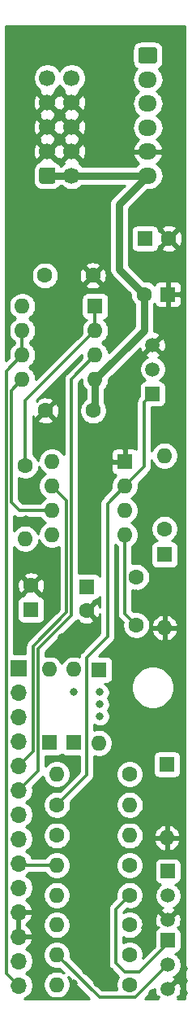
<source format=gbr>
%TF.GenerationSoftware,KiCad,Pcbnew,5.1.9+dfsg1-1~bpo10+1*%
%TF.CreationDate,2022-02-04T08:42:55+08:00*%
%TF.ProjectId,MiniADSR 1.0.1 - Main,4d696e69-4144-4535-9220-312e302e3120,rev?*%
%TF.SameCoordinates,Original*%
%TF.FileFunction,Copper,L1,Top*%
%TF.FilePolarity,Positive*%
%FSLAX46Y46*%
G04 Gerber Fmt 4.6, Leading zero omitted, Abs format (unit mm)*
G04 Created by KiCad (PCBNEW 5.1.9+dfsg1-1~bpo10+1) date 2022-02-04 08:42:55*
%MOMM*%
%LPD*%
G01*
G04 APERTURE LIST*
%TA.AperFunction,ComponentPad*%
%ADD10C,1.700000*%
%TD*%
%TA.AperFunction,ComponentPad*%
%ADD11O,1.950000X1.700000*%
%TD*%
%TA.AperFunction,ComponentPad*%
%ADD12C,1.600000*%
%TD*%
%TA.AperFunction,ComponentPad*%
%ADD13O,1.600000X1.600000*%
%TD*%
%TA.AperFunction,ComponentPad*%
%ADD14R,1.600000X1.600000*%
%TD*%
%TA.AperFunction,ComponentPad*%
%ADD15R,1.700000X1.700000*%
%TD*%
%TA.AperFunction,ComponentPad*%
%ADD16O,1.700000X1.700000*%
%TD*%
%TA.AperFunction,ComponentPad*%
%ADD17C,1.500000*%
%TD*%
%TA.AperFunction,ComponentPad*%
%ADD18R,1.500000X1.500000*%
%TD*%
%TA.AperFunction,ViaPad*%
%ADD19C,0.800000*%
%TD*%
%TA.AperFunction,Conductor*%
%ADD20C,0.300000*%
%TD*%
%TA.AperFunction,Conductor*%
%ADD21C,0.750000*%
%TD*%
%TA.AperFunction,Conductor*%
%ADD22C,0.254000*%
%TD*%
%TA.AperFunction,Conductor*%
%ADD23C,0.100000*%
%TD*%
G04 APERTURE END LIST*
%TO.P,J5,1*%
%TO.N,-12V*%
%TA.AperFunction,ComponentPad*%
G36*
G01*
X139150000Y-69850000D02*
X139150000Y-68650000D01*
G75*
G02*
X139400000Y-68400000I250000J0D01*
G01*
X140600000Y-68400000D01*
G75*
G02*
X140850000Y-68650000I0J-250000D01*
G01*
X140850000Y-69850000D01*
G75*
G02*
X140600000Y-70100000I-250000J0D01*
G01*
X139400000Y-70100000D01*
G75*
G02*
X139150000Y-69850000I0J250000D01*
G01*
G37*
%TD.AperFunction*%
D10*
%TO.P,J5,3*%
%TO.N,GND2*%
X140000000Y-66710000D03*
%TO.P,J5,5*%
X140000000Y-64170000D03*
%TO.P,J5,7*%
X140000000Y-61630000D03*
%TO.P,J5,9*%
%TO.N,+12V*%
X140000000Y-59090000D03*
%TO.P,J5,2*%
%TO.N,-12V*%
X142540000Y-69250000D03*
%TO.P,J5,4*%
%TO.N,GND2*%
X142540000Y-66710000D03*
%TO.P,J5,6*%
X142540000Y-64170000D03*
%TO.P,J5,8*%
X142540000Y-61630000D03*
%TO.P,J5,10*%
%TO.N,+12V*%
X142540000Y-59090000D03*
%TD*%
%TO.P,J3,1*%
%TO.N,N/C*%
%TA.AperFunction,ComponentPad*%
G36*
G01*
X149775000Y-55900000D02*
X151225000Y-55900000D01*
G75*
G02*
X151475000Y-56150000I0J-250000D01*
G01*
X151475000Y-57350000D01*
G75*
G02*
X151225000Y-57600000I-250000J0D01*
G01*
X149775000Y-57600000D01*
G75*
G02*
X149525000Y-57350000I0J250000D01*
G01*
X149525000Y-56150000D01*
G75*
G02*
X149775000Y-55900000I250000J0D01*
G01*
G37*
%TD.AperFunction*%
D11*
%TO.P,J3,2*%
X150500000Y-59250000D03*
%TO.P,J3,3*%
X150500000Y-61750000D03*
%TO.P,J3,4*%
%TO.N,+12V*%
X150500000Y-64250000D03*
%TO.P,J3,5*%
%TO.N,GND2*%
X150500000Y-66750000D03*
%TO.P,J3,6*%
%TO.N,-12V*%
X150500000Y-69250000D03*
%TD*%
D12*
%TO.P,R7,1*%
%TO.N,Net-(C1-Pad2)*%
X148600000Y-141000000D03*
D13*
%TO.P,R7,2*%
%TO.N,B11*%
X140980000Y-141000000D03*
%TD*%
D12*
%TO.P,C1,1*%
%TO.N,Net-(C1-Pad1)*%
X149300000Y-111000000D03*
%TO.P,C1,2*%
%TO.N,Net-(C1-Pad2)*%
X149300000Y-116000000D03*
%TD*%
D13*
%TO.P,D1,2*%
%TO.N,GND2*%
X152500000Y-138120000D03*
D14*
%TO.P,D1,1*%
%TO.N,Net-(D1-Pad1)*%
X152500000Y-130500000D03*
%TD*%
D12*
%TO.P,R5,1*%
%TO.N,Net-(C1-Pad1)*%
X152250000Y-106000000D03*
D13*
%TO.P,R5,2*%
%TO.N,Net-(Q3-Pad2)*%
X152250000Y-98380000D03*
%TD*%
D14*
%TO.P,D2,1*%
%TO.N,Net-(C1-Pad1)*%
X152250000Y-108675000D03*
D13*
%TO.P,D2,2*%
%TO.N,GND2*%
X152250000Y-116295000D03*
%TD*%
D14*
%TO.P,U1,1*%
%TO.N,GND2*%
X148100000Y-99000000D03*
D13*
%TO.P,U1,5*%
%TO.N,Net-(C2-Pad1)*%
X140480000Y-106620000D03*
%TO.P,U1,2*%
%TO.N,Net-(Q3-Pad1)*%
X148100000Y-101540000D03*
%TO.P,U1,6*%
%TO.N,Net-(C3-Pad1)*%
X140480000Y-104080000D03*
%TO.P,U1,3*%
%TO.N,Net-(R8-Pad1)*%
X148100000Y-104080000D03*
%TO.P,U1,7*%
%TO.N,B7*%
X140480000Y-101540000D03*
%TO.P,U1,4*%
%TO.N,Net-(C1-Pad2)*%
X148100000Y-106620000D03*
%TO.P,U1,8*%
%TO.N,+12V*%
X140480000Y-99000000D03*
%TD*%
D12*
%TO.P,C2,2*%
%TO.N,GND2*%
X144100000Y-114500000D03*
D14*
%TO.P,C2,1*%
%TO.N,Net-(C2-Pad1)*%
X144100000Y-112000000D03*
%TD*%
D15*
%TO.P,J6,1*%
%TO.N,B3*%
X137000000Y-120470000D03*
D16*
%TO.P,J6,2*%
%TO.N,B4*%
X137000000Y-123010000D03*
%TO.P,J6,3*%
%TO.N,B5*%
X137000000Y-125550000D03*
%TO.P,J6,4*%
%TO.N,B6*%
X137000000Y-128090000D03*
%TO.P,J6,5*%
%TO.N,B7*%
X137000000Y-130630000D03*
%TO.P,J6,6*%
%TO.N,B8*%
X137000000Y-133170000D03*
%TO.P,J6,7*%
%TO.N,B9*%
X137000000Y-135710000D03*
%TO.P,J6,8*%
%TO.N,B10*%
X137000000Y-138250000D03*
%TO.P,J6,9*%
%TO.N,B11*%
X137000000Y-140790000D03*
%TO.P,J6,10*%
%TO.N,+12V*%
X137000000Y-143330000D03*
%TO.P,J6,11*%
%TO.N,GND2*%
X137000000Y-145870000D03*
%TO.P,J6,12*%
X137000000Y-148410000D03*
%TO.P,J6,13*%
%TO.N,B1*%
X137000000Y-150950000D03*
%TO.P,J6,14*%
%TO.N,B2*%
X137000000Y-153490000D03*
%TD*%
D12*
%TO.P,R3,1*%
%TO.N,Net-(Q1-Pad1)*%
X148600000Y-150300000D03*
D13*
%TO.P,R3,2*%
%TO.N,Net-(Q2-Pad2)*%
X140980000Y-150300000D03*
%TD*%
D12*
%TO.P,R1,1*%
%TO.N,Net-(D1-Pad1)*%
X148600000Y-153400000D03*
D13*
%TO.P,R1,2*%
%TO.N,B1*%
X140980000Y-153400000D03*
%TD*%
%TO.P,R9,2*%
%TO.N,+12V*%
X148620000Y-137900000D03*
D12*
%TO.P,R9,1*%
%TO.N,B9*%
X141000000Y-137900000D03*
%TD*%
D13*
%TO.P,R10,2*%
%TO.N,B6*%
X137700000Y-107020000D03*
D12*
%TO.P,R10,1*%
%TO.N,Net-(R10-Pad1)*%
X137700000Y-99400000D03*
%TD*%
%TO.P,R8,1*%
%TO.N,Net-(R8-Pad1)*%
X148600000Y-131500000D03*
D13*
%TO.P,R8,2*%
%TO.N,B4*%
X140980000Y-131500000D03*
%TD*%
%TO.P,R6,2*%
%TO.N,+12V*%
X148620000Y-134700000D03*
D12*
%TO.P,R6,1*%
%TO.N,Net-(Q3-Pad1)*%
X141000000Y-134700000D03*
%TD*%
D13*
%TO.P,R4,2*%
%TO.N,+12V*%
X140980000Y-144100000D03*
D12*
%TO.P,R4,1*%
%TO.N,Net-(C1-Pad2)*%
X148600000Y-144100000D03*
%TD*%
D13*
%TO.P,R2,2*%
%TO.N,+12V*%
X140980000Y-147200000D03*
D12*
%TO.P,R2,1*%
%TO.N,Net-(Q1-Pad1)*%
X148600000Y-147200000D03*
%TD*%
D14*
%TO.P,C3,1*%
%TO.N,Net-(C3-Pad1)*%
X138300000Y-114400000D03*
D12*
%TO.P,C3,2*%
%TO.N,GND2*%
X138300000Y-111900000D03*
%TD*%
%TO.P,C4,2*%
%TO.N,GND2*%
X152700000Y-75800000D03*
D14*
%TO.P,C4,1*%
%TO.N,+12V*%
X150200000Y-75800000D03*
%TD*%
%TO.P,C5,1*%
%TO.N,GND2*%
X152600000Y-81600000D03*
D12*
%TO.P,C5,2*%
%TO.N,-12V*%
X150100000Y-81600000D03*
%TD*%
%TO.P,C6,2*%
%TO.N,GND2*%
X144750000Y-79650000D03*
%TO.P,C6,1*%
%TO.N,+12V*%
X139750000Y-79650000D03*
%TD*%
%TO.P,C7,1*%
%TO.N,GND2*%
X139800000Y-93700000D03*
%TO.P,C7,2*%
%TO.N,-12V*%
X144800000Y-93700000D03*
%TD*%
D13*
%TO.P,D3,2*%
%TO.N,Net-(C3-Pad1)*%
X142800000Y-120630000D03*
D14*
%TO.P,D3,1*%
%TO.N,B10*%
X142800000Y-128250000D03*
%TD*%
%TO.P,D4,1*%
%TO.N,Net-(C3-Pad1)*%
X145400000Y-120650000D03*
D13*
%TO.P,D4,2*%
%TO.N,B3*%
X145400000Y-128270000D03*
%TD*%
D14*
%TO.P,D5,1*%
%TO.N,B5*%
X140200000Y-128250000D03*
D13*
%TO.P,D5,2*%
%TO.N,Net-(C3-Pad1)*%
X140200000Y-120630000D03*
%TD*%
%TO.P,U2,8*%
%TO.N,+12V*%
X137380000Y-82850000D03*
%TO.P,U2,4*%
%TO.N,-12V*%
X145000000Y-90470000D03*
%TO.P,U2,7*%
%TO.N,B2*%
X137380000Y-85390000D03*
%TO.P,U2,3*%
%TO.N,B8*%
X145000000Y-87930000D03*
%TO.P,U2,6*%
%TO.N,B2*%
X137380000Y-87930000D03*
%TO.P,U2,2*%
%TO.N,Net-(R10-Pad1)*%
X145000000Y-85390000D03*
%TO.P,U2,5*%
%TO.N,Net-(C3-Pad1)*%
X137380000Y-90470000D03*
D14*
%TO.P,U2,1*%
%TO.N,Net-(R10-Pad1)*%
X145000000Y-82850000D03*
%TD*%
D17*
%TO.P,Q1,2*%
%TO.N,Net-(D1-Pad1)*%
X152600000Y-144140000D03*
%TO.P,Q1,3*%
%TO.N,GND2*%
X152600000Y-146680000D03*
D18*
%TO.P,Q1,1*%
%TO.N,Net-(Q1-Pad1)*%
X152600000Y-141600000D03*
%TD*%
%TO.P,Q2,1*%
%TO.N,Net-(C1-Pad2)*%
X152600000Y-148800000D03*
D17*
%TO.P,Q2,3*%
%TO.N,GND2*%
X152600000Y-153880000D03*
%TO.P,Q2,2*%
%TO.N,Net-(Q2-Pad2)*%
X152600000Y-151340000D03*
%TD*%
%TO.P,Q3,2*%
%TO.N,Net-(Q3-Pad2)*%
X151000000Y-89410000D03*
%TO.P,Q3,3*%
%TO.N,GND2*%
X151000000Y-86870000D03*
D18*
%TO.P,Q3,1*%
%TO.N,Net-(Q3-Pad1)*%
X151000000Y-91950000D03*
%TD*%
D19*
%TO.N,*%
X145500000Y-123000000D03*
X145500000Y-124250000D03*
X145500000Y-125500000D03*
X142750000Y-123000000D03*
%TO.N,GND2*%
X154250000Y-154250000D03*
X150300000Y-148600000D03*
X144000000Y-117250000D03*
X142750000Y-117250000D03*
X141500000Y-117250000D03*
X137000000Y-116500000D03*
X137000000Y-117500000D03*
X137000000Y-118500000D03*
X144250000Y-108750000D03*
X142750000Y-116250000D03*
X142750000Y-118250000D03*
X141500000Y-118250000D03*
X140750000Y-114250000D03*
X140750000Y-113000000D03*
X140750000Y-111750000D03*
X145000000Y-116500000D03*
X152250000Y-113500000D03*
X152250000Y-112500000D03*
X152250000Y-111500000D03*
X149250000Y-112750000D03*
X149250000Y-114000000D03*
X145750000Y-99000000D03*
X145750000Y-100250000D03*
X145750000Y-101500000D03*
X144250000Y-100250000D03*
X144250000Y-99000000D03*
X144250000Y-105750000D03*
X144250000Y-107250000D03*
X140750000Y-110500000D03*
X140750000Y-109250000D03*
X145250000Y-131500000D03*
X145250000Y-132750000D03*
X145250000Y-134000000D03*
X145250000Y-135250000D03*
X145250000Y-136500000D03*
X145250000Y-137750000D03*
X144000000Y-137750000D03*
X144000000Y-136500000D03*
X144000000Y-135250000D03*
X144000000Y-134000000D03*
X144000000Y-145500000D03*
X144000000Y-146750000D03*
X144000000Y-148000000D03*
X144000000Y-149500000D03*
X144000000Y-150750000D03*
X144000000Y-152000000D03*
X145250000Y-152000000D03*
X145250000Y-150750000D03*
X145250000Y-149500000D03*
X145250000Y-148000000D03*
X145250000Y-146750000D03*
X145250000Y-145500000D03*
X145250000Y-153250000D03*
X146500000Y-153250000D03*
X146500000Y-152000000D03*
X137750000Y-101250000D03*
X137750000Y-102500000D03*
X137750000Y-105000000D03*
X141250000Y-83250000D03*
X141250000Y-84500000D03*
X141250000Y-85750000D03*
X141250000Y-87000000D03*
X141250000Y-82000000D03*
X150250000Y-147500000D03*
X150250000Y-149750000D03*
X151000000Y-154250000D03*
X154250000Y-153000000D03*
X154250000Y-151750000D03*
X142750000Y-153250000D03*
X147000000Y-64000000D03*
X147000000Y-65250000D03*
X147000000Y-66500000D03*
X147000000Y-67750000D03*
X137500000Y-61250000D03*
X137500000Y-62750000D03*
X137500000Y-64250000D03*
X137500000Y-65750000D03*
X137500000Y-67250000D03*
X137500000Y-68750000D03*
X137500000Y-59750000D03*
%TD*%
D20*
%TO.N,Net-(C1-Pad2)*%
X147150000Y-151150000D02*
X147150000Y-145550000D01*
X148100000Y-152100000D02*
X147150000Y-151150000D01*
X147150000Y-145550000D02*
X148600000Y-144100000D01*
X149650000Y-152100000D02*
X148100000Y-152100000D01*
X152600000Y-148800000D02*
X152600000Y-149150000D01*
X152600000Y-149150000D02*
X149650000Y-152100000D01*
X148100000Y-114800000D02*
X149300000Y-116000000D01*
X148100000Y-106620000D02*
X148100000Y-114800000D01*
%TO.N,Net-(C3-Pad1)*%
X136250000Y-91600000D02*
X137380000Y-90470000D01*
X136250000Y-103250000D02*
X136250000Y-91600000D01*
X140480000Y-104080000D02*
X137080000Y-104080000D01*
X137080000Y-104080000D02*
X136250000Y-103250000D01*
D21*
%TO.N,-12V*%
X150100000Y-85370000D02*
X145000000Y-90470000D01*
X150100000Y-81600000D02*
X150100000Y-85370000D01*
X145000000Y-93500000D02*
X144800000Y-93700000D01*
X145000000Y-90470000D02*
X145000000Y-93500000D01*
X147500000Y-72250000D02*
X150500000Y-69250000D01*
X150100000Y-81600000D02*
X147500000Y-79000000D01*
X147500000Y-79000000D02*
X147500000Y-72250000D01*
X150500000Y-69250000D02*
X140000000Y-69250000D01*
D20*
%TO.N,Net-(Q2-Pad2)*%
X149190000Y-154750000D02*
X152600000Y-151340000D01*
X140980000Y-150300000D02*
X145430000Y-154750000D01*
X145430000Y-154750000D02*
X149190000Y-154750000D01*
%TO.N,Net-(Q3-Pad1)*%
X144100000Y-131600000D02*
X141000000Y-134700000D01*
X144100000Y-119400000D02*
X144100000Y-131600000D01*
X146274990Y-117225010D02*
X144100000Y-119400000D01*
X148100000Y-101540000D02*
X146274990Y-103365010D01*
X146274990Y-103365010D02*
X146274990Y-117225010D01*
X150100000Y-99540000D02*
X148100000Y-101540000D01*
X151000000Y-91950000D02*
X150100000Y-92850000D01*
X150100000Y-92850000D02*
X150100000Y-99540000D01*
%TO.N,Net-(R10-Pad1)*%
X137700000Y-92690000D02*
X137700000Y-99400000D01*
X145000000Y-85390000D02*
X137700000Y-92690000D01*
X145000000Y-82850000D02*
X145000000Y-85390000D01*
%TO.N,B2*%
X137380000Y-85390000D02*
X137380000Y-87930000D01*
X137000000Y-153490000D02*
X135749989Y-152239989D01*
X135749989Y-152239989D02*
X135749989Y-89560011D01*
X135749989Y-89560011D02*
X137380000Y-87930000D01*
%TO.N,B7*%
X142000000Y-103060000D02*
X140480000Y-101540000D01*
X138499992Y-118200008D02*
X142000000Y-114700000D01*
X142000000Y-114700000D02*
X142000000Y-103060000D01*
X137000000Y-130630000D02*
X138499992Y-129130008D01*
X138499992Y-129130008D02*
X138499992Y-118200008D01*
%TO.N,B8*%
X142500000Y-90430000D02*
X145000000Y-87930000D01*
X142500000Y-115000000D02*
X142500000Y-90430000D01*
X139000000Y-118500000D02*
X142500000Y-115000000D01*
X137000000Y-133170000D02*
X139000000Y-131170000D01*
X139000000Y-131170000D02*
X139000000Y-118500000D01*
%TO.N,B11*%
X137210000Y-141000000D02*
X137000000Y-140790000D01*
X140980000Y-141000000D02*
X137210000Y-141000000D01*
%TD*%
D22*
%TO.N,GND2*%
X151210188Y-153952492D02*
X151251035Y-154222238D01*
X151343723Y-154478832D01*
X151404140Y-154591863D01*
X151643005Y-154657387D01*
X151526549Y-154773843D01*
X151592706Y-154840000D01*
X150210157Y-154840000D01*
X151215625Y-153834532D01*
X151210188Y-153952492D01*
%TA.AperFunction,Conductor*%
D23*
G36*
X151210188Y-153952492D02*
G01*
X151251035Y-154222238D01*
X151343723Y-154478832D01*
X151404140Y-154591863D01*
X151643005Y-154657387D01*
X151526549Y-154773843D01*
X151592706Y-154840000D01*
X150210157Y-154840000D01*
X151215625Y-153834532D01*
X151210188Y-153952492D01*
G37*
%TD.AperFunction*%
D22*
X154340001Y-154840000D02*
X153607294Y-154840000D01*
X153673451Y-154773843D01*
X153556995Y-154657387D01*
X153795860Y-154591863D01*
X153911760Y-154344884D01*
X153977250Y-154080040D01*
X153989812Y-153807508D01*
X153948965Y-153537762D01*
X153856277Y-153281168D01*
X153795860Y-153168137D01*
X153556993Y-153102612D01*
X152779605Y-153880000D01*
X152793748Y-153894143D01*
X152614143Y-154073748D01*
X152600000Y-154059605D01*
X152585858Y-154073748D01*
X152406253Y-153894143D01*
X152420395Y-153880000D01*
X152406253Y-153865858D01*
X152585858Y-153686253D01*
X152600000Y-153700395D01*
X153377388Y-152923007D01*
X153311863Y-152684140D01*
X153153523Y-152609836D01*
X153256043Y-152567371D01*
X153482886Y-152415799D01*
X153675799Y-152222886D01*
X153827371Y-151996043D01*
X153931775Y-151743989D01*
X153985000Y-151476411D01*
X153985000Y-151203589D01*
X153931775Y-150936011D01*
X153827371Y-150683957D01*
X153675799Y-150457114D01*
X153482886Y-150264201D01*
X153366517Y-150186445D01*
X153474482Y-150175812D01*
X153594180Y-150139502D01*
X153704494Y-150080537D01*
X153801185Y-150001185D01*
X153880537Y-149904494D01*
X153939502Y-149794180D01*
X153975812Y-149674482D01*
X153988072Y-149550000D01*
X153988072Y-148050000D01*
X153975812Y-147925518D01*
X153939502Y-147805820D01*
X153880537Y-147695506D01*
X153801185Y-147598815D01*
X153704494Y-147519463D01*
X153594180Y-147460498D01*
X153571137Y-147453508D01*
X153795860Y-147391863D01*
X153911760Y-147144884D01*
X153977250Y-146880040D01*
X153989812Y-146607508D01*
X153948965Y-146337762D01*
X153856277Y-146081168D01*
X153795860Y-145968137D01*
X153556993Y-145902612D01*
X152779605Y-146680000D01*
X152793748Y-146694143D01*
X152614143Y-146873748D01*
X152600000Y-146859605D01*
X152585858Y-146873748D01*
X152406253Y-146694143D01*
X152420395Y-146680000D01*
X151643007Y-145902612D01*
X151404140Y-145968137D01*
X151288240Y-146215116D01*
X151222750Y-146479960D01*
X151210188Y-146752492D01*
X151251035Y-147022238D01*
X151343723Y-147278832D01*
X151404140Y-147391863D01*
X151628863Y-147453508D01*
X151605820Y-147460498D01*
X151495506Y-147519463D01*
X151398815Y-147598815D01*
X151319463Y-147695506D01*
X151260498Y-147805820D01*
X151224188Y-147925518D01*
X151211928Y-148050000D01*
X151211928Y-149427914D01*
X149994400Y-150645443D01*
X150035000Y-150441335D01*
X150035000Y-150158665D01*
X149979853Y-149881426D01*
X149871680Y-149620273D01*
X149714637Y-149385241D01*
X149514759Y-149185363D01*
X149279727Y-149028320D01*
X149018574Y-148920147D01*
X148741335Y-148865000D01*
X148458665Y-148865000D01*
X148181426Y-148920147D01*
X147935000Y-149022220D01*
X147935000Y-148477780D01*
X148181426Y-148579853D01*
X148458665Y-148635000D01*
X148741335Y-148635000D01*
X149018574Y-148579853D01*
X149279727Y-148471680D01*
X149514759Y-148314637D01*
X149714637Y-148114759D01*
X149871680Y-147879727D01*
X149979853Y-147618574D01*
X150035000Y-147341335D01*
X150035000Y-147058665D01*
X149979853Y-146781426D01*
X149871680Y-146520273D01*
X149714637Y-146285241D01*
X149514759Y-146085363D01*
X149279727Y-145928320D01*
X149018574Y-145820147D01*
X148741335Y-145765000D01*
X148458665Y-145765000D01*
X148181426Y-145820147D01*
X147935000Y-145922220D01*
X147935000Y-145875157D01*
X148305603Y-145504554D01*
X148458665Y-145535000D01*
X148741335Y-145535000D01*
X149018574Y-145479853D01*
X149279727Y-145371680D01*
X149514759Y-145214637D01*
X149714637Y-145014759D01*
X149871680Y-144779727D01*
X149979853Y-144518574D01*
X150035000Y-144241335D01*
X150035000Y-143958665D01*
X149979853Y-143681426D01*
X149871680Y-143420273D01*
X149714637Y-143185241D01*
X149514759Y-142985363D01*
X149279727Y-142828320D01*
X149018574Y-142720147D01*
X148741335Y-142665000D01*
X148458665Y-142665000D01*
X148181426Y-142720147D01*
X147920273Y-142828320D01*
X147685241Y-142985363D01*
X147485363Y-143185241D01*
X147328320Y-143420273D01*
X147220147Y-143681426D01*
X147165000Y-143958665D01*
X147165000Y-144241335D01*
X147195446Y-144394397D01*
X146622185Y-144967658D01*
X146592237Y-144992236D01*
X146567659Y-145022184D01*
X146567655Y-145022188D01*
X146534690Y-145062356D01*
X146494139Y-145111767D01*
X146455177Y-145184660D01*
X146421246Y-145248141D01*
X146376359Y-145396114D01*
X146361203Y-145550000D01*
X146365001Y-145588563D01*
X146365000Y-151111447D01*
X146361203Y-151150000D01*
X146365000Y-151188553D01*
X146365000Y-151188560D01*
X146376359Y-151303886D01*
X146421246Y-151451859D01*
X146494138Y-151588232D01*
X146592236Y-151707764D01*
X146622190Y-151732347D01*
X147441191Y-152551348D01*
X147328320Y-152720273D01*
X147220147Y-152981426D01*
X147165000Y-153258665D01*
X147165000Y-153541335D01*
X147220147Y-153818574D01*
X147280799Y-153965000D01*
X145755158Y-153965000D01*
X142384554Y-150594397D01*
X142415000Y-150441335D01*
X142415000Y-150158665D01*
X142359853Y-149881426D01*
X142251680Y-149620273D01*
X142094637Y-149385241D01*
X141894759Y-149185363D01*
X141659727Y-149028320D01*
X141398574Y-148920147D01*
X141121335Y-148865000D01*
X140838665Y-148865000D01*
X140561426Y-148920147D01*
X140300273Y-149028320D01*
X140065241Y-149185363D01*
X139865363Y-149385241D01*
X139708320Y-149620273D01*
X139600147Y-149881426D01*
X139545000Y-150158665D01*
X139545000Y-150441335D01*
X139600147Y-150718574D01*
X139708320Y-150979727D01*
X139865363Y-151214759D01*
X140065241Y-151414637D01*
X140300273Y-151571680D01*
X140561426Y-151679853D01*
X140838665Y-151735000D01*
X141121335Y-151735000D01*
X141274397Y-151704554D01*
X141775559Y-152205716D01*
X141659727Y-152128320D01*
X141398574Y-152020147D01*
X141121335Y-151965000D01*
X140838665Y-151965000D01*
X140561426Y-152020147D01*
X140300273Y-152128320D01*
X140065241Y-152285363D01*
X139865363Y-152485241D01*
X139708320Y-152720273D01*
X139600147Y-152981426D01*
X139545000Y-153258665D01*
X139545000Y-153541335D01*
X139600147Y-153818574D01*
X139708320Y-154079727D01*
X139865363Y-154314759D01*
X140065241Y-154514637D01*
X140300273Y-154671680D01*
X140561426Y-154779853D01*
X140838665Y-154835000D01*
X141121335Y-154835000D01*
X141398574Y-154779853D01*
X141659727Y-154671680D01*
X141894759Y-154514637D01*
X142094637Y-154314759D01*
X142251680Y-154079727D01*
X142359853Y-153818574D01*
X142415000Y-153541335D01*
X142415000Y-153258665D01*
X142359853Y-152981426D01*
X142251680Y-152720273D01*
X142174284Y-152604441D01*
X144409842Y-154840000D01*
X137621303Y-154840000D01*
X137703411Y-154805990D01*
X137946632Y-154643475D01*
X138153475Y-154436632D01*
X138315990Y-154193411D01*
X138427932Y-153923158D01*
X138485000Y-153636260D01*
X138485000Y-153343740D01*
X138427932Y-153056842D01*
X138315990Y-152786589D01*
X138153475Y-152543368D01*
X137946632Y-152336525D01*
X137772240Y-152220000D01*
X137946632Y-152103475D01*
X138153475Y-151896632D01*
X138315990Y-151653411D01*
X138427932Y-151383158D01*
X138485000Y-151096260D01*
X138485000Y-150803740D01*
X138427932Y-150516842D01*
X138315990Y-150246589D01*
X138153475Y-150003368D01*
X137946632Y-149796525D01*
X137764466Y-149674805D01*
X137881355Y-149605178D01*
X138097588Y-149410269D01*
X138271641Y-149176920D01*
X138396825Y-148914099D01*
X138441476Y-148766890D01*
X138320155Y-148537000D01*
X137127000Y-148537000D01*
X137127000Y-148557000D01*
X136873000Y-148557000D01*
X136873000Y-148537000D01*
X136853000Y-148537000D01*
X136853000Y-148283000D01*
X136873000Y-148283000D01*
X136873000Y-145997000D01*
X137127000Y-145997000D01*
X137127000Y-148283000D01*
X138320155Y-148283000D01*
X138441476Y-148053110D01*
X138396825Y-147905901D01*
X138271641Y-147643080D01*
X138097588Y-147409731D01*
X137881355Y-147214822D01*
X137755745Y-147140000D01*
X137881355Y-147065178D01*
X137888580Y-147058665D01*
X139545000Y-147058665D01*
X139545000Y-147341335D01*
X139600147Y-147618574D01*
X139708320Y-147879727D01*
X139865363Y-148114759D01*
X140065241Y-148314637D01*
X140300273Y-148471680D01*
X140561426Y-148579853D01*
X140838665Y-148635000D01*
X141121335Y-148635000D01*
X141398574Y-148579853D01*
X141659727Y-148471680D01*
X141894759Y-148314637D01*
X142094637Y-148114759D01*
X142251680Y-147879727D01*
X142359853Y-147618574D01*
X142415000Y-147341335D01*
X142415000Y-147058665D01*
X142359853Y-146781426D01*
X142251680Y-146520273D01*
X142094637Y-146285241D01*
X141894759Y-146085363D01*
X141659727Y-145928320D01*
X141398574Y-145820147D01*
X141121335Y-145765000D01*
X140838665Y-145765000D01*
X140561426Y-145820147D01*
X140300273Y-145928320D01*
X140065241Y-146085363D01*
X139865363Y-146285241D01*
X139708320Y-146520273D01*
X139600147Y-146781426D01*
X139545000Y-147058665D01*
X137888580Y-147058665D01*
X138097588Y-146870269D01*
X138271641Y-146636920D01*
X138396825Y-146374099D01*
X138441476Y-146226890D01*
X138320155Y-145997000D01*
X137127000Y-145997000D01*
X136873000Y-145997000D01*
X136853000Y-145997000D01*
X136853000Y-145743000D01*
X136873000Y-145743000D01*
X136873000Y-145723000D01*
X137127000Y-145723000D01*
X137127000Y-145743000D01*
X138320155Y-145743000D01*
X138441476Y-145513110D01*
X138396825Y-145365901D01*
X138271641Y-145103080D01*
X138097588Y-144869731D01*
X137881355Y-144674822D01*
X137764466Y-144605195D01*
X137946632Y-144483475D01*
X138153475Y-144276632D01*
X138315990Y-144033411D01*
X138346950Y-143958665D01*
X139545000Y-143958665D01*
X139545000Y-144241335D01*
X139600147Y-144518574D01*
X139708320Y-144779727D01*
X139865363Y-145014759D01*
X140065241Y-145214637D01*
X140300273Y-145371680D01*
X140561426Y-145479853D01*
X140838665Y-145535000D01*
X141121335Y-145535000D01*
X141398574Y-145479853D01*
X141659727Y-145371680D01*
X141894759Y-145214637D01*
X142094637Y-145014759D01*
X142251680Y-144779727D01*
X142359853Y-144518574D01*
X142415000Y-144241335D01*
X142415000Y-143958665D01*
X142359853Y-143681426D01*
X142251680Y-143420273D01*
X142094637Y-143185241D01*
X141894759Y-142985363D01*
X141659727Y-142828320D01*
X141398574Y-142720147D01*
X141121335Y-142665000D01*
X140838665Y-142665000D01*
X140561426Y-142720147D01*
X140300273Y-142828320D01*
X140065241Y-142985363D01*
X139865363Y-143185241D01*
X139708320Y-143420273D01*
X139600147Y-143681426D01*
X139545000Y-143958665D01*
X138346950Y-143958665D01*
X138427932Y-143763158D01*
X138485000Y-143476260D01*
X138485000Y-143183740D01*
X138427932Y-142896842D01*
X138315990Y-142626589D01*
X138153475Y-142383368D01*
X137946632Y-142176525D01*
X137772240Y-142060000D01*
X137946632Y-141943475D01*
X138105107Y-141785000D01*
X139778661Y-141785000D01*
X139865363Y-141914759D01*
X140065241Y-142114637D01*
X140300273Y-142271680D01*
X140561426Y-142379853D01*
X140838665Y-142435000D01*
X141121335Y-142435000D01*
X141398574Y-142379853D01*
X141659727Y-142271680D01*
X141894759Y-142114637D01*
X142094637Y-141914759D01*
X142251680Y-141679727D01*
X142359853Y-141418574D01*
X142415000Y-141141335D01*
X142415000Y-140858665D01*
X147165000Y-140858665D01*
X147165000Y-141141335D01*
X147220147Y-141418574D01*
X147328320Y-141679727D01*
X147485363Y-141914759D01*
X147685241Y-142114637D01*
X147920273Y-142271680D01*
X148181426Y-142379853D01*
X148458665Y-142435000D01*
X148741335Y-142435000D01*
X149018574Y-142379853D01*
X149279727Y-142271680D01*
X149514759Y-142114637D01*
X149714637Y-141914759D01*
X149871680Y-141679727D01*
X149979853Y-141418574D01*
X150035000Y-141141335D01*
X150035000Y-140858665D01*
X150033277Y-140850000D01*
X151211928Y-140850000D01*
X151211928Y-142350000D01*
X151224188Y-142474482D01*
X151260498Y-142594180D01*
X151319463Y-142704494D01*
X151398815Y-142801185D01*
X151495506Y-142880537D01*
X151605820Y-142939502D01*
X151725518Y-142975812D01*
X151833483Y-142986445D01*
X151717114Y-143064201D01*
X151524201Y-143257114D01*
X151372629Y-143483957D01*
X151268225Y-143736011D01*
X151215000Y-144003589D01*
X151215000Y-144276411D01*
X151268225Y-144543989D01*
X151372629Y-144796043D01*
X151524201Y-145022886D01*
X151717114Y-145215799D01*
X151943957Y-145367371D01*
X152043279Y-145408511D01*
X152001168Y-145423723D01*
X151888137Y-145484140D01*
X151822612Y-145723007D01*
X152600000Y-146500395D01*
X153377388Y-145723007D01*
X153311863Y-145484140D01*
X153153523Y-145409836D01*
X153256043Y-145367371D01*
X153482886Y-145215799D01*
X153675799Y-145022886D01*
X153827371Y-144796043D01*
X153931775Y-144543989D01*
X153985000Y-144276411D01*
X153985000Y-144003589D01*
X153931775Y-143736011D01*
X153827371Y-143483957D01*
X153675799Y-143257114D01*
X153482886Y-143064201D01*
X153366517Y-142986445D01*
X153474482Y-142975812D01*
X153594180Y-142939502D01*
X153704494Y-142880537D01*
X153801185Y-142801185D01*
X153880537Y-142704494D01*
X153939502Y-142594180D01*
X153975812Y-142474482D01*
X153988072Y-142350000D01*
X153988072Y-140850000D01*
X153975812Y-140725518D01*
X153939502Y-140605820D01*
X153880537Y-140495506D01*
X153801185Y-140398815D01*
X153704494Y-140319463D01*
X153594180Y-140260498D01*
X153474482Y-140224188D01*
X153350000Y-140211928D01*
X151850000Y-140211928D01*
X151725518Y-140224188D01*
X151605820Y-140260498D01*
X151495506Y-140319463D01*
X151398815Y-140398815D01*
X151319463Y-140495506D01*
X151260498Y-140605820D01*
X151224188Y-140725518D01*
X151211928Y-140850000D01*
X150033277Y-140850000D01*
X149979853Y-140581426D01*
X149871680Y-140320273D01*
X149714637Y-140085241D01*
X149514759Y-139885363D01*
X149279727Y-139728320D01*
X149018574Y-139620147D01*
X148741335Y-139565000D01*
X148458665Y-139565000D01*
X148181426Y-139620147D01*
X147920273Y-139728320D01*
X147685241Y-139885363D01*
X147485363Y-140085241D01*
X147328320Y-140320273D01*
X147220147Y-140581426D01*
X147165000Y-140858665D01*
X142415000Y-140858665D01*
X142359853Y-140581426D01*
X142251680Y-140320273D01*
X142094637Y-140085241D01*
X141894759Y-139885363D01*
X141659727Y-139728320D01*
X141398574Y-139620147D01*
X141121335Y-139565000D01*
X140838665Y-139565000D01*
X140561426Y-139620147D01*
X140300273Y-139728320D01*
X140065241Y-139885363D01*
X139865363Y-140085241D01*
X139778661Y-140215000D01*
X138369179Y-140215000D01*
X138315990Y-140086589D01*
X138153475Y-139843368D01*
X137946632Y-139636525D01*
X137772240Y-139520000D01*
X137946632Y-139403475D01*
X138153475Y-139196632D01*
X138315990Y-138953411D01*
X138427932Y-138683158D01*
X138485000Y-138396260D01*
X138485000Y-138103740D01*
X138427932Y-137816842D01*
X138403835Y-137758665D01*
X139565000Y-137758665D01*
X139565000Y-138041335D01*
X139620147Y-138318574D01*
X139728320Y-138579727D01*
X139885363Y-138814759D01*
X140085241Y-139014637D01*
X140320273Y-139171680D01*
X140581426Y-139279853D01*
X140858665Y-139335000D01*
X141141335Y-139335000D01*
X141418574Y-139279853D01*
X141679727Y-139171680D01*
X141914759Y-139014637D01*
X142114637Y-138814759D01*
X142271680Y-138579727D01*
X142379853Y-138318574D01*
X142435000Y-138041335D01*
X142435000Y-137758665D01*
X147185000Y-137758665D01*
X147185000Y-138041335D01*
X147240147Y-138318574D01*
X147348320Y-138579727D01*
X147505363Y-138814759D01*
X147705241Y-139014637D01*
X147940273Y-139171680D01*
X148201426Y-139279853D01*
X148478665Y-139335000D01*
X148761335Y-139335000D01*
X149038574Y-139279853D01*
X149299727Y-139171680D01*
X149534759Y-139014637D01*
X149734637Y-138814759D01*
X149891680Y-138579727D01*
X149937528Y-138469040D01*
X151108091Y-138469040D01*
X151202930Y-138733881D01*
X151347615Y-138975131D01*
X151536586Y-139183519D01*
X151762580Y-139351037D01*
X152016913Y-139471246D01*
X152150961Y-139511904D01*
X152373000Y-139389915D01*
X152373000Y-138247000D01*
X152627000Y-138247000D01*
X152627000Y-139389915D01*
X152849039Y-139511904D01*
X152983087Y-139471246D01*
X153237420Y-139351037D01*
X153463414Y-139183519D01*
X153652385Y-138975131D01*
X153797070Y-138733881D01*
X153891909Y-138469040D01*
X153770624Y-138247000D01*
X152627000Y-138247000D01*
X152373000Y-138247000D01*
X151229376Y-138247000D01*
X151108091Y-138469040D01*
X149937528Y-138469040D01*
X149999853Y-138318574D01*
X150055000Y-138041335D01*
X150055000Y-137770960D01*
X151108091Y-137770960D01*
X151229376Y-137993000D01*
X152373000Y-137993000D01*
X152373000Y-136850085D01*
X152627000Y-136850085D01*
X152627000Y-137993000D01*
X153770624Y-137993000D01*
X153891909Y-137770960D01*
X153797070Y-137506119D01*
X153652385Y-137264869D01*
X153463414Y-137056481D01*
X153237420Y-136888963D01*
X152983087Y-136768754D01*
X152849039Y-136728096D01*
X152627000Y-136850085D01*
X152373000Y-136850085D01*
X152150961Y-136728096D01*
X152016913Y-136768754D01*
X151762580Y-136888963D01*
X151536586Y-137056481D01*
X151347615Y-137264869D01*
X151202930Y-137506119D01*
X151108091Y-137770960D01*
X150055000Y-137770960D01*
X150055000Y-137758665D01*
X149999853Y-137481426D01*
X149891680Y-137220273D01*
X149734637Y-136985241D01*
X149534759Y-136785363D01*
X149299727Y-136628320D01*
X149038574Y-136520147D01*
X148761335Y-136465000D01*
X148478665Y-136465000D01*
X148201426Y-136520147D01*
X147940273Y-136628320D01*
X147705241Y-136785363D01*
X147505363Y-136985241D01*
X147348320Y-137220273D01*
X147240147Y-137481426D01*
X147185000Y-137758665D01*
X142435000Y-137758665D01*
X142379853Y-137481426D01*
X142271680Y-137220273D01*
X142114637Y-136985241D01*
X141914759Y-136785363D01*
X141679727Y-136628320D01*
X141418574Y-136520147D01*
X141141335Y-136465000D01*
X140858665Y-136465000D01*
X140581426Y-136520147D01*
X140320273Y-136628320D01*
X140085241Y-136785363D01*
X139885363Y-136985241D01*
X139728320Y-137220273D01*
X139620147Y-137481426D01*
X139565000Y-137758665D01*
X138403835Y-137758665D01*
X138315990Y-137546589D01*
X138153475Y-137303368D01*
X137946632Y-137096525D01*
X137772240Y-136980000D01*
X137946632Y-136863475D01*
X138153475Y-136656632D01*
X138315990Y-136413411D01*
X138427932Y-136143158D01*
X138485000Y-135856260D01*
X138485000Y-135563740D01*
X138427932Y-135276842D01*
X138315990Y-135006589D01*
X138153475Y-134763368D01*
X137946632Y-134556525D01*
X137772240Y-134440000D01*
X137946632Y-134323475D01*
X138153475Y-134116632D01*
X138315990Y-133873411D01*
X138427932Y-133603158D01*
X138485000Y-133316260D01*
X138485000Y-133023740D01*
X138447075Y-132833082D01*
X139527817Y-131752341D01*
X139557764Y-131727764D01*
X139561328Y-131723421D01*
X139600147Y-131918574D01*
X139708320Y-132179727D01*
X139865363Y-132414759D01*
X140065241Y-132614637D01*
X140300273Y-132771680D01*
X140561426Y-132879853D01*
X140838665Y-132935000D01*
X141121335Y-132935000D01*
X141398574Y-132879853D01*
X141659727Y-132771680D01*
X141894759Y-132614637D01*
X142094637Y-132414759D01*
X142251680Y-132179727D01*
X142359853Y-131918574D01*
X142415000Y-131641335D01*
X142415000Y-131358665D01*
X142359853Y-131081426D01*
X142251680Y-130820273D01*
X142094637Y-130585241D01*
X141894759Y-130385363D01*
X141659727Y-130228320D01*
X141398574Y-130120147D01*
X141121335Y-130065000D01*
X140838665Y-130065000D01*
X140561426Y-130120147D01*
X140300273Y-130228320D01*
X140065241Y-130385363D01*
X139865363Y-130585241D01*
X139785000Y-130705513D01*
X139785000Y-129688072D01*
X141000000Y-129688072D01*
X141124482Y-129675812D01*
X141244180Y-129639502D01*
X141354494Y-129580537D01*
X141451185Y-129501185D01*
X141500000Y-129441704D01*
X141548815Y-129501185D01*
X141645506Y-129580537D01*
X141755820Y-129639502D01*
X141875518Y-129675812D01*
X142000000Y-129688072D01*
X143315001Y-129688072D01*
X143315001Y-131274841D01*
X141294396Y-133295446D01*
X141141335Y-133265000D01*
X140858665Y-133265000D01*
X140581426Y-133320147D01*
X140320273Y-133428320D01*
X140085241Y-133585363D01*
X139885363Y-133785241D01*
X139728320Y-134020273D01*
X139620147Y-134281426D01*
X139565000Y-134558665D01*
X139565000Y-134841335D01*
X139620147Y-135118574D01*
X139728320Y-135379727D01*
X139885363Y-135614759D01*
X140085241Y-135814637D01*
X140320273Y-135971680D01*
X140581426Y-136079853D01*
X140858665Y-136135000D01*
X141141335Y-136135000D01*
X141418574Y-136079853D01*
X141679727Y-135971680D01*
X141914759Y-135814637D01*
X142114637Y-135614759D01*
X142271680Y-135379727D01*
X142379853Y-135118574D01*
X142435000Y-134841335D01*
X142435000Y-134558665D01*
X147185000Y-134558665D01*
X147185000Y-134841335D01*
X147240147Y-135118574D01*
X147348320Y-135379727D01*
X147505363Y-135614759D01*
X147705241Y-135814637D01*
X147940273Y-135971680D01*
X148201426Y-136079853D01*
X148478665Y-136135000D01*
X148761335Y-136135000D01*
X149038574Y-136079853D01*
X149299727Y-135971680D01*
X149534759Y-135814637D01*
X149734637Y-135614759D01*
X149891680Y-135379727D01*
X149999853Y-135118574D01*
X150055000Y-134841335D01*
X150055000Y-134558665D01*
X149999853Y-134281426D01*
X149891680Y-134020273D01*
X149734637Y-133785241D01*
X149534759Y-133585363D01*
X149299727Y-133428320D01*
X149038574Y-133320147D01*
X148761335Y-133265000D01*
X148478665Y-133265000D01*
X148201426Y-133320147D01*
X147940273Y-133428320D01*
X147705241Y-133585363D01*
X147505363Y-133785241D01*
X147348320Y-134020273D01*
X147240147Y-134281426D01*
X147185000Y-134558665D01*
X142435000Y-134558665D01*
X142404554Y-134405604D01*
X144627816Y-132182342D01*
X144657764Y-132157764D01*
X144755862Y-132038233D01*
X144828754Y-131901860D01*
X144873641Y-131753887D01*
X144885000Y-131638561D01*
X144885000Y-131638554D01*
X144888797Y-131600001D01*
X144885000Y-131561448D01*
X144885000Y-131358665D01*
X147165000Y-131358665D01*
X147165000Y-131641335D01*
X147220147Y-131918574D01*
X147328320Y-132179727D01*
X147485363Y-132414759D01*
X147685241Y-132614637D01*
X147920273Y-132771680D01*
X148181426Y-132879853D01*
X148458665Y-132935000D01*
X148741335Y-132935000D01*
X149018574Y-132879853D01*
X149279727Y-132771680D01*
X149514759Y-132614637D01*
X149714637Y-132414759D01*
X149871680Y-132179727D01*
X149979853Y-131918574D01*
X150035000Y-131641335D01*
X150035000Y-131358665D01*
X149979853Y-131081426D01*
X149871680Y-130820273D01*
X149714637Y-130585241D01*
X149514759Y-130385363D01*
X149279727Y-130228320D01*
X149018574Y-130120147D01*
X148741335Y-130065000D01*
X148458665Y-130065000D01*
X148181426Y-130120147D01*
X147920273Y-130228320D01*
X147685241Y-130385363D01*
X147485363Y-130585241D01*
X147328320Y-130820273D01*
X147220147Y-131081426D01*
X147165000Y-131358665D01*
X144885000Y-131358665D01*
X144885000Y-129609912D01*
X144981426Y-129649853D01*
X145258665Y-129705000D01*
X145541335Y-129705000D01*
X145566471Y-129700000D01*
X151061928Y-129700000D01*
X151061928Y-131300000D01*
X151074188Y-131424482D01*
X151110498Y-131544180D01*
X151169463Y-131654494D01*
X151248815Y-131751185D01*
X151345506Y-131830537D01*
X151455820Y-131889502D01*
X151575518Y-131925812D01*
X151700000Y-131938072D01*
X153300000Y-131938072D01*
X153424482Y-131925812D01*
X153544180Y-131889502D01*
X153654494Y-131830537D01*
X153751185Y-131751185D01*
X153830537Y-131654494D01*
X153889502Y-131544180D01*
X153925812Y-131424482D01*
X153938072Y-131300000D01*
X153938072Y-129700000D01*
X153925812Y-129575518D01*
X153889502Y-129455820D01*
X153830537Y-129345506D01*
X153751185Y-129248815D01*
X153654494Y-129169463D01*
X153544180Y-129110498D01*
X153424482Y-129074188D01*
X153300000Y-129061928D01*
X151700000Y-129061928D01*
X151575518Y-129074188D01*
X151455820Y-129110498D01*
X151345506Y-129169463D01*
X151248815Y-129248815D01*
X151169463Y-129345506D01*
X151110498Y-129455820D01*
X151074188Y-129575518D01*
X151061928Y-129700000D01*
X145566471Y-129700000D01*
X145818574Y-129649853D01*
X146079727Y-129541680D01*
X146314759Y-129384637D01*
X146514637Y-129184759D01*
X146671680Y-128949727D01*
X146779853Y-128688574D01*
X146835000Y-128411335D01*
X146835000Y-128128665D01*
X146779853Y-127851426D01*
X146671680Y-127590273D01*
X146514637Y-127355241D01*
X146314759Y-127155363D01*
X146079727Y-126998320D01*
X145818574Y-126890147D01*
X145541335Y-126835000D01*
X145258665Y-126835000D01*
X144981426Y-126890147D01*
X144885000Y-126930088D01*
X144885000Y-126333854D01*
X145009744Y-126417205D01*
X145198102Y-126495226D01*
X145398061Y-126535000D01*
X145601939Y-126535000D01*
X145801898Y-126495226D01*
X145990256Y-126417205D01*
X146159774Y-126303937D01*
X146303937Y-126159774D01*
X146417205Y-125990256D01*
X146495226Y-125801898D01*
X146535000Y-125601939D01*
X146535000Y-125398061D01*
X146495226Y-125198102D01*
X146417205Y-125009744D01*
X146327172Y-124875000D01*
X146417205Y-124740256D01*
X146495226Y-124551898D01*
X146535000Y-124351939D01*
X146535000Y-124148061D01*
X146495226Y-123948102D01*
X146417205Y-123759744D01*
X146327172Y-123625000D01*
X146417205Y-123490256D01*
X146495226Y-123301898D01*
X146535000Y-123101939D01*
X146535000Y-122898061D01*
X146495226Y-122698102D01*
X146417205Y-122509744D01*
X146303937Y-122340226D01*
X146243583Y-122279872D01*
X148765000Y-122279872D01*
X148765000Y-122720128D01*
X148850890Y-123151925D01*
X149019369Y-123558669D01*
X149263962Y-123924729D01*
X149575271Y-124236038D01*
X149941331Y-124480631D01*
X150348075Y-124649110D01*
X150779872Y-124735000D01*
X151220128Y-124735000D01*
X151651925Y-124649110D01*
X152058669Y-124480631D01*
X152424729Y-124236038D01*
X152736038Y-123924729D01*
X152980631Y-123558669D01*
X153149110Y-123151925D01*
X153235000Y-122720128D01*
X153235000Y-122279872D01*
X153149110Y-121848075D01*
X152980631Y-121441331D01*
X152736038Y-121075271D01*
X152424729Y-120763962D01*
X152058669Y-120519369D01*
X151651925Y-120350890D01*
X151220128Y-120265000D01*
X150779872Y-120265000D01*
X150348075Y-120350890D01*
X149941331Y-120519369D01*
X149575271Y-120763962D01*
X149263962Y-121075271D01*
X149019369Y-121441331D01*
X148850890Y-121848075D01*
X148765000Y-122279872D01*
X146243583Y-122279872D01*
X146159774Y-122196063D01*
X145998154Y-122088072D01*
X146200000Y-122088072D01*
X146324482Y-122075812D01*
X146444180Y-122039502D01*
X146554494Y-121980537D01*
X146651185Y-121901185D01*
X146730537Y-121804494D01*
X146789502Y-121694180D01*
X146825812Y-121574482D01*
X146838072Y-121450000D01*
X146838072Y-119850000D01*
X146825812Y-119725518D01*
X146789502Y-119605820D01*
X146730537Y-119495506D01*
X146651185Y-119398815D01*
X146554494Y-119319463D01*
X146444180Y-119260498D01*
X146324482Y-119224188D01*
X146200000Y-119211928D01*
X145398229Y-119211928D01*
X146802806Y-117807352D01*
X146832754Y-117782774D01*
X146930852Y-117663243D01*
X147003744Y-117526870D01*
X147048631Y-117378897D01*
X147059990Y-117263571D01*
X147059990Y-117263564D01*
X147063787Y-117225011D01*
X147059990Y-117186458D01*
X147059990Y-107609386D01*
X147185241Y-107734637D01*
X147315000Y-107821339D01*
X147315001Y-114761437D01*
X147311203Y-114800000D01*
X147326359Y-114953886D01*
X147371246Y-115101859D01*
X147399055Y-115153886D01*
X147444139Y-115238233D01*
X147446832Y-115241514D01*
X147517655Y-115327812D01*
X147517659Y-115327816D01*
X147542237Y-115357764D01*
X147572185Y-115382342D01*
X147895446Y-115705604D01*
X147865000Y-115858665D01*
X147865000Y-116141335D01*
X147920147Y-116418574D01*
X148028320Y-116679727D01*
X148185363Y-116914759D01*
X148385241Y-117114637D01*
X148620273Y-117271680D01*
X148881426Y-117379853D01*
X149158665Y-117435000D01*
X149441335Y-117435000D01*
X149718574Y-117379853D01*
X149979727Y-117271680D01*
X150214759Y-117114637D01*
X150414637Y-116914759D01*
X150571680Y-116679727D01*
X150586462Y-116644040D01*
X150858091Y-116644040D01*
X150952930Y-116908881D01*
X151097615Y-117150131D01*
X151286586Y-117358519D01*
X151512580Y-117526037D01*
X151766913Y-117646246D01*
X151900961Y-117686904D01*
X152123000Y-117564915D01*
X152123000Y-116422000D01*
X152377000Y-116422000D01*
X152377000Y-117564915D01*
X152599039Y-117686904D01*
X152733087Y-117646246D01*
X152987420Y-117526037D01*
X153213414Y-117358519D01*
X153402385Y-117150131D01*
X153547070Y-116908881D01*
X153641909Y-116644040D01*
X153520624Y-116422000D01*
X152377000Y-116422000D01*
X152123000Y-116422000D01*
X150979376Y-116422000D01*
X150858091Y-116644040D01*
X150586462Y-116644040D01*
X150679853Y-116418574D01*
X150735000Y-116141335D01*
X150735000Y-115945960D01*
X150858091Y-115945960D01*
X150979376Y-116168000D01*
X152123000Y-116168000D01*
X152123000Y-115025085D01*
X152377000Y-115025085D01*
X152377000Y-116168000D01*
X153520624Y-116168000D01*
X153641909Y-115945960D01*
X153547070Y-115681119D01*
X153402385Y-115439869D01*
X153213414Y-115231481D01*
X152987420Y-115063963D01*
X152733087Y-114943754D01*
X152599039Y-114903096D01*
X152377000Y-115025085D01*
X152123000Y-115025085D01*
X151900961Y-114903096D01*
X151766913Y-114943754D01*
X151512580Y-115063963D01*
X151286586Y-115231481D01*
X151097615Y-115439869D01*
X150952930Y-115681119D01*
X150858091Y-115945960D01*
X150735000Y-115945960D01*
X150735000Y-115858665D01*
X150679853Y-115581426D01*
X150571680Y-115320273D01*
X150414637Y-115085241D01*
X150214759Y-114885363D01*
X149979727Y-114728320D01*
X149718574Y-114620147D01*
X149441335Y-114565000D01*
X149158665Y-114565000D01*
X149005604Y-114595446D01*
X148885000Y-114474843D01*
X148885000Y-112380564D01*
X149158665Y-112435000D01*
X149441335Y-112435000D01*
X149718574Y-112379853D01*
X149979727Y-112271680D01*
X150214759Y-112114637D01*
X150414637Y-111914759D01*
X150571680Y-111679727D01*
X150679853Y-111418574D01*
X150735000Y-111141335D01*
X150735000Y-110858665D01*
X150679853Y-110581426D01*
X150571680Y-110320273D01*
X150414637Y-110085241D01*
X150214759Y-109885363D01*
X149979727Y-109728320D01*
X149718574Y-109620147D01*
X149441335Y-109565000D01*
X149158665Y-109565000D01*
X148885000Y-109619436D01*
X148885000Y-107875000D01*
X150811928Y-107875000D01*
X150811928Y-109475000D01*
X150824188Y-109599482D01*
X150860498Y-109719180D01*
X150919463Y-109829494D01*
X150998815Y-109926185D01*
X151095506Y-110005537D01*
X151205820Y-110064502D01*
X151325518Y-110100812D01*
X151450000Y-110113072D01*
X153050000Y-110113072D01*
X153174482Y-110100812D01*
X153294180Y-110064502D01*
X153404494Y-110005537D01*
X153501185Y-109926185D01*
X153580537Y-109829494D01*
X153639502Y-109719180D01*
X153675812Y-109599482D01*
X153688072Y-109475000D01*
X153688072Y-107875000D01*
X153675812Y-107750518D01*
X153639502Y-107630820D01*
X153580537Y-107520506D01*
X153501185Y-107423815D01*
X153404494Y-107344463D01*
X153294180Y-107285498D01*
X153174482Y-107249188D01*
X153050000Y-107236928D01*
X152981737Y-107236928D01*
X153164759Y-107114637D01*
X153364637Y-106914759D01*
X153521680Y-106679727D01*
X153629853Y-106418574D01*
X153685000Y-106141335D01*
X153685000Y-105858665D01*
X153629853Y-105581426D01*
X153521680Y-105320273D01*
X153364637Y-105085241D01*
X153164759Y-104885363D01*
X152929727Y-104728320D01*
X152668574Y-104620147D01*
X152391335Y-104565000D01*
X152108665Y-104565000D01*
X151831426Y-104620147D01*
X151570273Y-104728320D01*
X151335241Y-104885363D01*
X151135363Y-105085241D01*
X150978320Y-105320273D01*
X150870147Y-105581426D01*
X150815000Y-105858665D01*
X150815000Y-106141335D01*
X150870147Y-106418574D01*
X150978320Y-106679727D01*
X151135363Y-106914759D01*
X151335241Y-107114637D01*
X151518263Y-107236928D01*
X151450000Y-107236928D01*
X151325518Y-107249188D01*
X151205820Y-107285498D01*
X151095506Y-107344463D01*
X150998815Y-107423815D01*
X150919463Y-107520506D01*
X150860498Y-107630820D01*
X150824188Y-107750518D01*
X150811928Y-107875000D01*
X148885000Y-107875000D01*
X148885000Y-107821339D01*
X149014759Y-107734637D01*
X149214637Y-107534759D01*
X149371680Y-107299727D01*
X149479853Y-107038574D01*
X149535000Y-106761335D01*
X149535000Y-106478665D01*
X149479853Y-106201426D01*
X149371680Y-105940273D01*
X149214637Y-105705241D01*
X149014759Y-105505363D01*
X148782241Y-105350000D01*
X149014759Y-105194637D01*
X149214637Y-104994759D01*
X149371680Y-104759727D01*
X149479853Y-104498574D01*
X149535000Y-104221335D01*
X149535000Y-103938665D01*
X149479853Y-103661426D01*
X149371680Y-103400273D01*
X149214637Y-103165241D01*
X149014759Y-102965363D01*
X148782241Y-102810000D01*
X149014759Y-102654637D01*
X149214637Y-102454759D01*
X149371680Y-102219727D01*
X149479853Y-101958574D01*
X149535000Y-101681335D01*
X149535000Y-101398665D01*
X149504554Y-101245604D01*
X150627816Y-100122342D01*
X150657764Y-100097764D01*
X150755862Y-99978233D01*
X150828754Y-99841860D01*
X150841452Y-99800000D01*
X150873641Y-99693888D01*
X150877798Y-99651680D01*
X150885000Y-99578561D01*
X150885000Y-99578554D01*
X150888797Y-99540001D01*
X150885000Y-99501448D01*
X150885000Y-98834432D01*
X150978320Y-99059727D01*
X151135363Y-99294759D01*
X151335241Y-99494637D01*
X151570273Y-99651680D01*
X151831426Y-99759853D01*
X152108665Y-99815000D01*
X152391335Y-99815000D01*
X152668574Y-99759853D01*
X152929727Y-99651680D01*
X153164759Y-99494637D01*
X153364637Y-99294759D01*
X153521680Y-99059727D01*
X153629853Y-98798574D01*
X153685000Y-98521335D01*
X153685000Y-98238665D01*
X153629853Y-97961426D01*
X153521680Y-97700273D01*
X153364637Y-97465241D01*
X153164759Y-97265363D01*
X152929727Y-97108320D01*
X152668574Y-97000147D01*
X152391335Y-96945000D01*
X152108665Y-96945000D01*
X151831426Y-97000147D01*
X151570273Y-97108320D01*
X151335241Y-97265363D01*
X151135363Y-97465241D01*
X150978320Y-97700273D01*
X150885000Y-97925568D01*
X150885000Y-93338072D01*
X151750000Y-93338072D01*
X151874482Y-93325812D01*
X151994180Y-93289502D01*
X152104494Y-93230537D01*
X152201185Y-93151185D01*
X152280537Y-93054494D01*
X152339502Y-92944180D01*
X152375812Y-92824482D01*
X152388072Y-92700000D01*
X152388072Y-91200000D01*
X152375812Y-91075518D01*
X152339502Y-90955820D01*
X152280537Y-90845506D01*
X152201185Y-90748815D01*
X152104494Y-90669463D01*
X151994180Y-90610498D01*
X151874482Y-90574188D01*
X151766517Y-90563555D01*
X151882886Y-90485799D01*
X152075799Y-90292886D01*
X152227371Y-90066043D01*
X152331775Y-89813989D01*
X152385000Y-89546411D01*
X152385000Y-89273589D01*
X152331775Y-89006011D01*
X152227371Y-88753957D01*
X152075799Y-88527114D01*
X151882886Y-88334201D01*
X151656043Y-88182629D01*
X151556721Y-88141489D01*
X151598832Y-88126277D01*
X151711863Y-88065860D01*
X151777388Y-87826993D01*
X151000000Y-87049605D01*
X150222612Y-87826993D01*
X150288137Y-88065860D01*
X150446477Y-88140164D01*
X150343957Y-88182629D01*
X150117114Y-88334201D01*
X149924201Y-88527114D01*
X149772629Y-88753957D01*
X149668225Y-89006011D01*
X149615000Y-89273589D01*
X149615000Y-89546411D01*
X149668225Y-89813989D01*
X149772629Y-90066043D01*
X149924201Y-90292886D01*
X150117114Y-90485799D01*
X150233483Y-90563555D01*
X150125518Y-90574188D01*
X150005820Y-90610498D01*
X149895506Y-90669463D01*
X149798815Y-90748815D01*
X149719463Y-90845506D01*
X149660498Y-90955820D01*
X149624188Y-91075518D01*
X149611928Y-91200000D01*
X149611928Y-92227915D01*
X149572190Y-92267653D01*
X149542236Y-92292236D01*
X149444138Y-92411768D01*
X149371246Y-92548141D01*
X149326359Y-92696114D01*
X149315000Y-92811440D01*
X149315000Y-92811447D01*
X149311203Y-92850000D01*
X149315000Y-92888553D01*
X149315001Y-97719119D01*
X149254494Y-97669463D01*
X149144180Y-97610498D01*
X149024482Y-97574188D01*
X148900000Y-97561928D01*
X148385750Y-97565000D01*
X148227000Y-97723750D01*
X148227000Y-98873000D01*
X148247000Y-98873000D01*
X148247000Y-99127000D01*
X148227000Y-99127000D01*
X148227000Y-99147000D01*
X147973000Y-99147000D01*
X147973000Y-99127000D01*
X146823750Y-99127000D01*
X146665000Y-99285750D01*
X146661928Y-99800000D01*
X146674188Y-99924482D01*
X146710498Y-100044180D01*
X146769463Y-100154494D01*
X146848815Y-100251185D01*
X146945506Y-100330537D01*
X147055820Y-100389502D01*
X147175518Y-100425812D01*
X147183961Y-100426643D01*
X146985363Y-100625241D01*
X146828320Y-100860273D01*
X146720147Y-101121426D01*
X146665000Y-101398665D01*
X146665000Y-101681335D01*
X146695446Y-101834396D01*
X145747180Y-102782663D01*
X145717226Y-102807246D01*
X145619128Y-102926778D01*
X145546236Y-103063151D01*
X145501349Y-103211124D01*
X145489990Y-103326450D01*
X145489990Y-103326457D01*
X145486193Y-103365010D01*
X145489990Y-103403563D01*
X145489991Y-110957431D01*
X145489502Y-110955820D01*
X145430537Y-110845506D01*
X145351185Y-110748815D01*
X145254494Y-110669463D01*
X145144180Y-110610498D01*
X145024482Y-110574188D01*
X144900000Y-110561928D01*
X143300000Y-110561928D01*
X143285000Y-110563405D01*
X143285000Y-98200000D01*
X146661928Y-98200000D01*
X146665000Y-98714250D01*
X146823750Y-98873000D01*
X147973000Y-98873000D01*
X147973000Y-97723750D01*
X147814250Y-97565000D01*
X147300000Y-97561928D01*
X147175518Y-97574188D01*
X147055820Y-97610498D01*
X146945506Y-97669463D01*
X146848815Y-97748815D01*
X146769463Y-97845506D01*
X146710498Y-97955820D01*
X146674188Y-98075518D01*
X146661928Y-98200000D01*
X143285000Y-98200000D01*
X143285000Y-90755157D01*
X143565000Y-90475157D01*
X143565000Y-90611335D01*
X143620147Y-90888574D01*
X143728320Y-91149727D01*
X143885363Y-91384759D01*
X143990000Y-91489396D01*
X143990001Y-92515365D01*
X143885241Y-92585363D01*
X143685363Y-92785241D01*
X143528320Y-93020273D01*
X143420147Y-93281426D01*
X143365000Y-93558665D01*
X143365000Y-93841335D01*
X143420147Y-94118574D01*
X143528320Y-94379727D01*
X143685363Y-94614759D01*
X143885241Y-94814637D01*
X144120273Y-94971680D01*
X144381426Y-95079853D01*
X144658665Y-95135000D01*
X144941335Y-95135000D01*
X145218574Y-95079853D01*
X145479727Y-94971680D01*
X145714759Y-94814637D01*
X145914637Y-94614759D01*
X146071680Y-94379727D01*
X146179853Y-94118574D01*
X146235000Y-93841335D01*
X146235000Y-93558665D01*
X146179853Y-93281426D01*
X146071680Y-93020273D01*
X146010000Y-92927962D01*
X146010000Y-91489396D01*
X146114637Y-91384759D01*
X146271680Y-91149727D01*
X146379853Y-90888574D01*
X146435000Y-90611335D01*
X146435000Y-90463355D01*
X149660345Y-87238010D01*
X149743723Y-87468832D01*
X149804140Y-87581863D01*
X150043007Y-87647388D01*
X150820395Y-86870000D01*
X151179605Y-86870000D01*
X151956993Y-87647388D01*
X152195860Y-87581863D01*
X152311760Y-87334884D01*
X152377250Y-87070040D01*
X152389812Y-86797508D01*
X152348965Y-86527762D01*
X152256277Y-86271168D01*
X152195860Y-86158137D01*
X151956993Y-86092612D01*
X151179605Y-86870000D01*
X150820395Y-86870000D01*
X150806253Y-86855858D01*
X150985858Y-86676253D01*
X151000000Y-86690395D01*
X151777388Y-85913007D01*
X151711863Y-85674140D01*
X151464884Y-85558240D01*
X151200040Y-85492750D01*
X151103235Y-85488288D01*
X151110000Y-85419608D01*
X151110000Y-85419606D01*
X151114886Y-85370001D01*
X151110000Y-85320396D01*
X151110000Y-82619396D01*
X151181339Y-82548057D01*
X151210498Y-82644180D01*
X151269463Y-82754494D01*
X151348815Y-82851185D01*
X151445506Y-82930537D01*
X151555820Y-82989502D01*
X151675518Y-83025812D01*
X151800000Y-83038072D01*
X152314250Y-83035000D01*
X152473000Y-82876250D01*
X152473000Y-81727000D01*
X152727000Y-81727000D01*
X152727000Y-82876250D01*
X152885750Y-83035000D01*
X153400000Y-83038072D01*
X153524482Y-83025812D01*
X153644180Y-82989502D01*
X153754494Y-82930537D01*
X153851185Y-82851185D01*
X153930537Y-82754494D01*
X153989502Y-82644180D01*
X154025812Y-82524482D01*
X154038072Y-82400000D01*
X154035000Y-81885750D01*
X153876250Y-81727000D01*
X152727000Y-81727000D01*
X152473000Y-81727000D01*
X152453000Y-81727000D01*
X152453000Y-81473000D01*
X152473000Y-81473000D01*
X152473000Y-80323750D01*
X152727000Y-80323750D01*
X152727000Y-81473000D01*
X153876250Y-81473000D01*
X154035000Y-81314250D01*
X154038072Y-80800000D01*
X154025812Y-80675518D01*
X153989502Y-80555820D01*
X153930537Y-80445506D01*
X153851185Y-80348815D01*
X153754494Y-80269463D01*
X153644180Y-80210498D01*
X153524482Y-80174188D01*
X153400000Y-80161928D01*
X152885750Y-80165000D01*
X152727000Y-80323750D01*
X152473000Y-80323750D01*
X152314250Y-80165000D01*
X151800000Y-80161928D01*
X151675518Y-80174188D01*
X151555820Y-80210498D01*
X151445506Y-80269463D01*
X151348815Y-80348815D01*
X151269463Y-80445506D01*
X151210498Y-80555820D01*
X151181339Y-80651943D01*
X151014759Y-80485363D01*
X150779727Y-80328320D01*
X150518574Y-80220147D01*
X150241335Y-80165000D01*
X150093355Y-80165000D01*
X148510000Y-78581645D01*
X148510000Y-75000000D01*
X148761928Y-75000000D01*
X148761928Y-76600000D01*
X148774188Y-76724482D01*
X148810498Y-76844180D01*
X148869463Y-76954494D01*
X148948815Y-77051185D01*
X149045506Y-77130537D01*
X149155820Y-77189502D01*
X149275518Y-77225812D01*
X149400000Y-77238072D01*
X151000000Y-77238072D01*
X151124482Y-77225812D01*
X151244180Y-77189502D01*
X151354494Y-77130537D01*
X151451185Y-77051185D01*
X151530537Y-76954494D01*
X151589502Y-76844180D01*
X151605117Y-76792702D01*
X151886903Y-76792702D01*
X151958486Y-77036671D01*
X152213996Y-77157571D01*
X152488184Y-77226300D01*
X152770512Y-77240217D01*
X153050130Y-77198787D01*
X153316292Y-77103603D01*
X153441514Y-77036671D01*
X153513097Y-76792702D01*
X152700000Y-75979605D01*
X151886903Y-76792702D01*
X151605117Y-76792702D01*
X151625812Y-76724482D01*
X151638072Y-76600000D01*
X151638072Y-76592785D01*
X151707298Y-76613097D01*
X152520395Y-75800000D01*
X152879605Y-75800000D01*
X153692702Y-76613097D01*
X153936671Y-76541514D01*
X154057571Y-76286004D01*
X154126300Y-76011816D01*
X154140217Y-75729488D01*
X154098787Y-75449870D01*
X154003603Y-75183708D01*
X153936671Y-75058486D01*
X153692702Y-74986903D01*
X152879605Y-75800000D01*
X152520395Y-75800000D01*
X151707298Y-74986903D01*
X151638072Y-75007215D01*
X151638072Y-75000000D01*
X151625812Y-74875518D01*
X151605118Y-74807298D01*
X151886903Y-74807298D01*
X152700000Y-75620395D01*
X153513097Y-74807298D01*
X153441514Y-74563329D01*
X153186004Y-74442429D01*
X152911816Y-74373700D01*
X152629488Y-74359783D01*
X152349870Y-74401213D01*
X152083708Y-74496397D01*
X151958486Y-74563329D01*
X151886903Y-74807298D01*
X151605118Y-74807298D01*
X151589502Y-74755820D01*
X151530537Y-74645506D01*
X151451185Y-74548815D01*
X151354494Y-74469463D01*
X151244180Y-74410498D01*
X151124482Y-74374188D01*
X151000000Y-74361928D01*
X149400000Y-74361928D01*
X149275518Y-74374188D01*
X149155820Y-74410498D01*
X149045506Y-74469463D01*
X148948815Y-74548815D01*
X148869463Y-74645506D01*
X148810498Y-74755820D01*
X148774188Y-74875518D01*
X148761928Y-75000000D01*
X148510000Y-75000000D01*
X148510000Y-72668355D01*
X150443356Y-70735000D01*
X150697950Y-70735000D01*
X150916111Y-70713513D01*
X151196034Y-70628599D01*
X151454014Y-70490706D01*
X151680134Y-70305134D01*
X151865706Y-70079014D01*
X152003599Y-69821034D01*
X152088513Y-69541111D01*
X152117185Y-69250000D01*
X152088513Y-68958889D01*
X152003599Y-68678966D01*
X151865706Y-68420986D01*
X151680134Y-68194866D01*
X151454014Y-68009294D01*
X151428278Y-67995538D01*
X151634429Y-67839049D01*
X151827496Y-67621193D01*
X151974352Y-67369858D01*
X152066476Y-67106890D01*
X151945155Y-66877000D01*
X150627000Y-66877000D01*
X150627000Y-66897000D01*
X150373000Y-66897000D01*
X150373000Y-66877000D01*
X149054845Y-66877000D01*
X148933524Y-67106890D01*
X149025648Y-67369858D01*
X149172504Y-67621193D01*
X149365571Y-67839049D01*
X149571722Y-67995538D01*
X149545986Y-68009294D01*
X149319866Y-68194866D01*
X149282825Y-68240000D01*
X143630107Y-68240000D01*
X143486632Y-68096525D01*
X143313271Y-67980689D01*
X143388792Y-67738397D01*
X142540000Y-66889605D01*
X141691208Y-67738397D01*
X141766729Y-67980689D01*
X141593368Y-68096525D01*
X141449893Y-68240000D01*
X141382976Y-68240000D01*
X141338405Y-68156614D01*
X141227962Y-68022038D01*
X141093386Y-67911595D01*
X140939850Y-67829528D01*
X140830707Y-67796420D01*
X140848792Y-67738397D01*
X140000000Y-66889605D01*
X139151208Y-67738397D01*
X139169293Y-67796420D01*
X139060150Y-67829528D01*
X138906614Y-67911595D01*
X138772038Y-68022038D01*
X138661595Y-68156614D01*
X138579528Y-68310150D01*
X138528992Y-68476746D01*
X138511928Y-68650000D01*
X138511928Y-69850000D01*
X138528992Y-70023254D01*
X138579528Y-70189850D01*
X138661595Y-70343386D01*
X138772038Y-70477962D01*
X138906614Y-70588405D01*
X139060150Y-70670472D01*
X139226746Y-70721008D01*
X139400000Y-70738072D01*
X140600000Y-70738072D01*
X140773254Y-70721008D01*
X140939850Y-70670472D01*
X141093386Y-70588405D01*
X141227962Y-70477962D01*
X141338405Y-70343386D01*
X141382976Y-70260000D01*
X141449893Y-70260000D01*
X141593368Y-70403475D01*
X141836589Y-70565990D01*
X142106842Y-70677932D01*
X142393740Y-70735000D01*
X142686260Y-70735000D01*
X142973158Y-70677932D01*
X143243411Y-70565990D01*
X143486632Y-70403475D01*
X143630107Y-70260000D01*
X148061645Y-70260000D01*
X146820901Y-71500744D01*
X146782368Y-71532367D01*
X146750745Y-71570900D01*
X146750744Y-71570901D01*
X146656154Y-71686160D01*
X146562368Y-71861621D01*
X146504615Y-72052006D01*
X146485114Y-72250000D01*
X146490001Y-72299618D01*
X146490000Y-78950392D01*
X146485114Y-79000000D01*
X146501267Y-79163996D01*
X146504615Y-79197993D01*
X146562368Y-79388379D01*
X146656153Y-79563840D01*
X146782367Y-79717633D01*
X146820906Y-79749261D01*
X148665000Y-81593355D01*
X148665000Y-81741335D01*
X148720147Y-82018574D01*
X148828320Y-82279727D01*
X148985363Y-82514759D01*
X149090000Y-82619396D01*
X149090001Y-84951644D01*
X146404801Y-87636844D01*
X146379853Y-87511426D01*
X146271680Y-87250273D01*
X146114637Y-87015241D01*
X145914759Y-86815363D01*
X145682241Y-86660000D01*
X145914759Y-86504637D01*
X146114637Y-86304759D01*
X146271680Y-86069727D01*
X146379853Y-85808574D01*
X146435000Y-85531335D01*
X146435000Y-85248665D01*
X146379853Y-84971426D01*
X146271680Y-84710273D01*
X146114637Y-84475241D01*
X145916039Y-84276643D01*
X145924482Y-84275812D01*
X146044180Y-84239502D01*
X146154494Y-84180537D01*
X146251185Y-84101185D01*
X146330537Y-84004494D01*
X146389502Y-83894180D01*
X146425812Y-83774482D01*
X146438072Y-83650000D01*
X146438072Y-82050000D01*
X146425812Y-81925518D01*
X146389502Y-81805820D01*
X146330537Y-81695506D01*
X146251185Y-81598815D01*
X146154494Y-81519463D01*
X146044180Y-81460498D01*
X145924482Y-81424188D01*
X145800000Y-81411928D01*
X144200000Y-81411928D01*
X144075518Y-81424188D01*
X143955820Y-81460498D01*
X143845506Y-81519463D01*
X143748815Y-81598815D01*
X143669463Y-81695506D01*
X143610498Y-81805820D01*
X143574188Y-81925518D01*
X143561928Y-82050000D01*
X143561928Y-83650000D01*
X143574188Y-83774482D01*
X143610498Y-83894180D01*
X143669463Y-84004494D01*
X143748815Y-84101185D01*
X143845506Y-84180537D01*
X143955820Y-84239502D01*
X144075518Y-84275812D01*
X144083961Y-84276643D01*
X143885363Y-84475241D01*
X143728320Y-84710273D01*
X143620147Y-84971426D01*
X143565000Y-85248665D01*
X143565000Y-85531335D01*
X143595446Y-85684396D01*
X138815000Y-90464843D01*
X138815000Y-90328665D01*
X138759853Y-90051426D01*
X138651680Y-89790273D01*
X138494637Y-89555241D01*
X138294759Y-89355363D01*
X138062241Y-89200000D01*
X138294759Y-89044637D01*
X138494637Y-88844759D01*
X138651680Y-88609727D01*
X138759853Y-88348574D01*
X138815000Y-88071335D01*
X138815000Y-87788665D01*
X138759853Y-87511426D01*
X138651680Y-87250273D01*
X138494637Y-87015241D01*
X138294759Y-86815363D01*
X138165000Y-86728661D01*
X138165000Y-86591339D01*
X138294759Y-86504637D01*
X138494637Y-86304759D01*
X138651680Y-86069727D01*
X138759853Y-85808574D01*
X138815000Y-85531335D01*
X138815000Y-85248665D01*
X138759853Y-84971426D01*
X138651680Y-84710273D01*
X138494637Y-84475241D01*
X138294759Y-84275363D01*
X138062241Y-84120000D01*
X138294759Y-83964637D01*
X138494637Y-83764759D01*
X138651680Y-83529727D01*
X138759853Y-83268574D01*
X138815000Y-82991335D01*
X138815000Y-82708665D01*
X138759853Y-82431426D01*
X138651680Y-82170273D01*
X138494637Y-81935241D01*
X138294759Y-81735363D01*
X138059727Y-81578320D01*
X137798574Y-81470147D01*
X137521335Y-81415000D01*
X137238665Y-81415000D01*
X136961426Y-81470147D01*
X136700273Y-81578320D01*
X136465241Y-81735363D01*
X136265363Y-81935241D01*
X136108320Y-82170273D01*
X136000147Y-82431426D01*
X135945000Y-82708665D01*
X135945000Y-82991335D01*
X136000147Y-83268574D01*
X136108320Y-83529727D01*
X136265363Y-83764759D01*
X136465241Y-83964637D01*
X136697759Y-84120000D01*
X136465241Y-84275363D01*
X136265363Y-84475241D01*
X136108320Y-84710273D01*
X136000147Y-84971426D01*
X135945000Y-85248665D01*
X135945000Y-85531335D01*
X136000147Y-85808574D01*
X136108320Y-86069727D01*
X136265363Y-86304759D01*
X136465241Y-86504637D01*
X136595000Y-86591339D01*
X136595001Y-86728661D01*
X136465241Y-86815363D01*
X136265363Y-87015241D01*
X136108320Y-87250273D01*
X136000147Y-87511426D01*
X135945000Y-87788665D01*
X135945000Y-88071335D01*
X135975446Y-88224397D01*
X135660000Y-88539843D01*
X135660000Y-79508665D01*
X138315000Y-79508665D01*
X138315000Y-79791335D01*
X138370147Y-80068574D01*
X138478320Y-80329727D01*
X138635363Y-80564759D01*
X138835241Y-80764637D01*
X139070273Y-80921680D01*
X139331426Y-81029853D01*
X139608665Y-81085000D01*
X139891335Y-81085000D01*
X140168574Y-81029853D01*
X140429727Y-80921680D01*
X140664759Y-80764637D01*
X140786694Y-80642702D01*
X143936903Y-80642702D01*
X144008486Y-80886671D01*
X144263996Y-81007571D01*
X144538184Y-81076300D01*
X144820512Y-81090217D01*
X145100130Y-81048787D01*
X145366292Y-80953603D01*
X145491514Y-80886671D01*
X145563097Y-80642702D01*
X144750000Y-79829605D01*
X143936903Y-80642702D01*
X140786694Y-80642702D01*
X140864637Y-80564759D01*
X141021680Y-80329727D01*
X141129853Y-80068574D01*
X141185000Y-79791335D01*
X141185000Y-79720512D01*
X143309783Y-79720512D01*
X143351213Y-80000130D01*
X143446397Y-80266292D01*
X143513329Y-80391514D01*
X143757298Y-80463097D01*
X144570395Y-79650000D01*
X144929605Y-79650000D01*
X145742702Y-80463097D01*
X145986671Y-80391514D01*
X146107571Y-80136004D01*
X146176300Y-79861816D01*
X146190217Y-79579488D01*
X146148787Y-79299870D01*
X146053603Y-79033708D01*
X145986671Y-78908486D01*
X145742702Y-78836903D01*
X144929605Y-79650000D01*
X144570395Y-79650000D01*
X143757298Y-78836903D01*
X143513329Y-78908486D01*
X143392429Y-79163996D01*
X143323700Y-79438184D01*
X143309783Y-79720512D01*
X141185000Y-79720512D01*
X141185000Y-79508665D01*
X141129853Y-79231426D01*
X141021680Y-78970273D01*
X140864637Y-78735241D01*
X140786694Y-78657298D01*
X143936903Y-78657298D01*
X144750000Y-79470395D01*
X145563097Y-78657298D01*
X145491514Y-78413329D01*
X145236004Y-78292429D01*
X144961816Y-78223700D01*
X144679488Y-78209783D01*
X144399870Y-78251213D01*
X144133708Y-78346397D01*
X144008486Y-78413329D01*
X143936903Y-78657298D01*
X140786694Y-78657298D01*
X140664759Y-78535363D01*
X140429727Y-78378320D01*
X140168574Y-78270147D01*
X139891335Y-78215000D01*
X139608665Y-78215000D01*
X139331426Y-78270147D01*
X139070273Y-78378320D01*
X138835241Y-78535363D01*
X138635363Y-78735241D01*
X138478320Y-78970273D01*
X138370147Y-79231426D01*
X138315000Y-79508665D01*
X135660000Y-79508665D01*
X135660000Y-66778531D01*
X138509389Y-66778531D01*
X138551401Y-67068019D01*
X138649081Y-67343747D01*
X138722528Y-67481157D01*
X138971603Y-67558792D01*
X139820395Y-66710000D01*
X140179605Y-66710000D01*
X141028397Y-67558792D01*
X141270000Y-67483486D01*
X141511603Y-67558792D01*
X142360395Y-66710000D01*
X142719605Y-66710000D01*
X143568397Y-67558792D01*
X143817472Y-67481157D01*
X143943371Y-67217117D01*
X144015339Y-66933589D01*
X144030611Y-66641469D01*
X143988599Y-66351981D01*
X143890919Y-66076253D01*
X143817472Y-65938843D01*
X143568397Y-65861208D01*
X142719605Y-66710000D01*
X142360395Y-66710000D01*
X141511603Y-65861208D01*
X141270000Y-65936514D01*
X141028397Y-65861208D01*
X140179605Y-66710000D01*
X139820395Y-66710000D01*
X138971603Y-65861208D01*
X138722528Y-65938843D01*
X138596629Y-66202883D01*
X138524661Y-66486411D01*
X138509389Y-66778531D01*
X135660000Y-66778531D01*
X135660000Y-65198397D01*
X139151208Y-65198397D01*
X139226514Y-65440000D01*
X139151208Y-65681603D01*
X140000000Y-66530395D01*
X140848792Y-65681603D01*
X140773486Y-65440000D01*
X140848792Y-65198397D01*
X141691208Y-65198397D01*
X141766514Y-65440000D01*
X141691208Y-65681603D01*
X142540000Y-66530395D01*
X143388792Y-65681603D01*
X143313486Y-65440000D01*
X143388792Y-65198397D01*
X142540000Y-64349605D01*
X141691208Y-65198397D01*
X140848792Y-65198397D01*
X140000000Y-64349605D01*
X139151208Y-65198397D01*
X135660000Y-65198397D01*
X135660000Y-64238531D01*
X138509389Y-64238531D01*
X138551401Y-64528019D01*
X138649081Y-64803747D01*
X138722528Y-64941157D01*
X138971603Y-65018792D01*
X139820395Y-64170000D01*
X140179605Y-64170000D01*
X141028397Y-65018792D01*
X141270000Y-64943486D01*
X141511603Y-65018792D01*
X142360395Y-64170000D01*
X142719605Y-64170000D01*
X143568397Y-65018792D01*
X143817472Y-64941157D01*
X143943371Y-64677117D01*
X144015339Y-64393589D01*
X144030611Y-64101469D01*
X143988599Y-63811981D01*
X143890919Y-63536253D01*
X143817472Y-63398843D01*
X143568397Y-63321208D01*
X142719605Y-64170000D01*
X142360395Y-64170000D01*
X141511603Y-63321208D01*
X141270000Y-63396514D01*
X141028397Y-63321208D01*
X140179605Y-64170000D01*
X139820395Y-64170000D01*
X138971603Y-63321208D01*
X138722528Y-63398843D01*
X138596629Y-63662883D01*
X138524661Y-63946411D01*
X138509389Y-64238531D01*
X135660000Y-64238531D01*
X135660000Y-62658397D01*
X139151208Y-62658397D01*
X139226514Y-62900000D01*
X139151208Y-63141603D01*
X140000000Y-63990395D01*
X140848792Y-63141603D01*
X140773486Y-62900000D01*
X140848792Y-62658397D01*
X141691208Y-62658397D01*
X141766514Y-62900000D01*
X141691208Y-63141603D01*
X142540000Y-63990395D01*
X143388792Y-63141603D01*
X143313486Y-62900000D01*
X143388792Y-62658397D01*
X142540000Y-61809605D01*
X141691208Y-62658397D01*
X140848792Y-62658397D01*
X140000000Y-61809605D01*
X139151208Y-62658397D01*
X135660000Y-62658397D01*
X135660000Y-61698531D01*
X138509389Y-61698531D01*
X138551401Y-61988019D01*
X138649081Y-62263747D01*
X138722528Y-62401157D01*
X138971603Y-62478792D01*
X139820395Y-61630000D01*
X140179605Y-61630000D01*
X141028397Y-62478792D01*
X141270000Y-62403486D01*
X141511603Y-62478792D01*
X142360395Y-61630000D01*
X142719605Y-61630000D01*
X143568397Y-62478792D01*
X143817472Y-62401157D01*
X143943371Y-62137117D01*
X144015339Y-61853589D01*
X144030611Y-61561469D01*
X143988599Y-61271981D01*
X143890919Y-60996253D01*
X143817472Y-60858843D01*
X143568397Y-60781208D01*
X142719605Y-61630000D01*
X142360395Y-61630000D01*
X141511603Y-60781208D01*
X141270000Y-60856514D01*
X141028397Y-60781208D01*
X140179605Y-61630000D01*
X139820395Y-61630000D01*
X138971603Y-60781208D01*
X138722528Y-60858843D01*
X138596629Y-61122883D01*
X138524661Y-61406411D01*
X138509389Y-61698531D01*
X135660000Y-61698531D01*
X135660000Y-58943740D01*
X138515000Y-58943740D01*
X138515000Y-59236260D01*
X138572068Y-59523158D01*
X138684010Y-59793411D01*
X138846525Y-60036632D01*
X139053368Y-60243475D01*
X139226729Y-60359311D01*
X139151208Y-60601603D01*
X140000000Y-61450395D01*
X140848792Y-60601603D01*
X140773271Y-60359311D01*
X140946632Y-60243475D01*
X141153475Y-60036632D01*
X141270000Y-59862240D01*
X141386525Y-60036632D01*
X141593368Y-60243475D01*
X141766729Y-60359311D01*
X141691208Y-60601603D01*
X142540000Y-61450395D01*
X143388792Y-60601603D01*
X143313271Y-60359311D01*
X143486632Y-60243475D01*
X143693475Y-60036632D01*
X143855990Y-59793411D01*
X143967932Y-59523158D01*
X144022266Y-59250000D01*
X148882815Y-59250000D01*
X148911487Y-59541111D01*
X148996401Y-59821034D01*
X149134294Y-60079014D01*
X149319866Y-60305134D01*
X149545986Y-60490706D01*
X149563374Y-60500000D01*
X149545986Y-60509294D01*
X149319866Y-60694866D01*
X149134294Y-60920986D01*
X148996401Y-61178966D01*
X148911487Y-61458889D01*
X148882815Y-61750000D01*
X148911487Y-62041111D01*
X148996401Y-62321034D01*
X149134294Y-62579014D01*
X149319866Y-62805134D01*
X149545986Y-62990706D01*
X149563374Y-63000000D01*
X149545986Y-63009294D01*
X149319866Y-63194866D01*
X149134294Y-63420986D01*
X148996401Y-63678966D01*
X148911487Y-63958889D01*
X148882815Y-64250000D01*
X148911487Y-64541111D01*
X148996401Y-64821034D01*
X149134294Y-65079014D01*
X149319866Y-65305134D01*
X149545986Y-65490706D01*
X149571722Y-65504462D01*
X149365571Y-65660951D01*
X149172504Y-65878807D01*
X149025648Y-66130142D01*
X148933524Y-66393110D01*
X149054845Y-66623000D01*
X150373000Y-66623000D01*
X150373000Y-66603000D01*
X150627000Y-66603000D01*
X150627000Y-66623000D01*
X151945155Y-66623000D01*
X152066476Y-66393110D01*
X151974352Y-66130142D01*
X151827496Y-65878807D01*
X151634429Y-65660951D01*
X151428278Y-65504462D01*
X151454014Y-65490706D01*
X151680134Y-65305134D01*
X151865706Y-65079014D01*
X152003599Y-64821034D01*
X152088513Y-64541111D01*
X152117185Y-64250000D01*
X152088513Y-63958889D01*
X152003599Y-63678966D01*
X151865706Y-63420986D01*
X151680134Y-63194866D01*
X151454014Y-63009294D01*
X151436626Y-63000000D01*
X151454014Y-62990706D01*
X151680134Y-62805134D01*
X151865706Y-62579014D01*
X152003599Y-62321034D01*
X152088513Y-62041111D01*
X152117185Y-61750000D01*
X152088513Y-61458889D01*
X152003599Y-61178966D01*
X151865706Y-60920986D01*
X151680134Y-60694866D01*
X151454014Y-60509294D01*
X151436626Y-60500000D01*
X151454014Y-60490706D01*
X151680134Y-60305134D01*
X151865706Y-60079014D01*
X152003599Y-59821034D01*
X152088513Y-59541111D01*
X152117185Y-59250000D01*
X152088513Y-58958889D01*
X152003599Y-58678966D01*
X151865706Y-58420986D01*
X151680134Y-58194866D01*
X151616663Y-58142777D01*
X151718386Y-58088405D01*
X151852962Y-57977962D01*
X151963405Y-57843386D01*
X152045472Y-57689850D01*
X152096008Y-57523254D01*
X152113072Y-57350000D01*
X152113072Y-56150000D01*
X152096008Y-55976746D01*
X152045472Y-55810150D01*
X151963405Y-55656614D01*
X151852962Y-55522038D01*
X151718386Y-55411595D01*
X151564850Y-55329528D01*
X151398254Y-55278992D01*
X151225000Y-55261928D01*
X149775000Y-55261928D01*
X149601746Y-55278992D01*
X149435150Y-55329528D01*
X149281614Y-55411595D01*
X149147038Y-55522038D01*
X149036595Y-55656614D01*
X148954528Y-55810150D01*
X148903992Y-55976746D01*
X148886928Y-56150000D01*
X148886928Y-57350000D01*
X148903992Y-57523254D01*
X148954528Y-57689850D01*
X149036595Y-57843386D01*
X149147038Y-57977962D01*
X149281614Y-58088405D01*
X149383337Y-58142777D01*
X149319866Y-58194866D01*
X149134294Y-58420986D01*
X148996401Y-58678966D01*
X148911487Y-58958889D01*
X148882815Y-59250000D01*
X144022266Y-59250000D01*
X144025000Y-59236260D01*
X144025000Y-58943740D01*
X143967932Y-58656842D01*
X143855990Y-58386589D01*
X143693475Y-58143368D01*
X143486632Y-57936525D01*
X143243411Y-57774010D01*
X142973158Y-57662068D01*
X142686260Y-57605000D01*
X142393740Y-57605000D01*
X142106842Y-57662068D01*
X141836589Y-57774010D01*
X141593368Y-57936525D01*
X141386525Y-58143368D01*
X141270000Y-58317760D01*
X141153475Y-58143368D01*
X140946632Y-57936525D01*
X140703411Y-57774010D01*
X140433158Y-57662068D01*
X140146260Y-57605000D01*
X139853740Y-57605000D01*
X139566842Y-57662068D01*
X139296589Y-57774010D01*
X139053368Y-57936525D01*
X138846525Y-58143368D01*
X138684010Y-58386589D01*
X138572068Y-58656842D01*
X138515000Y-58943740D01*
X135660000Y-58943740D01*
X135660000Y-53660000D01*
X154340000Y-53660000D01*
X154340001Y-154840000D01*
%TA.AperFunction,Conductor*%
D23*
G36*
X154340001Y-154840000D02*
G01*
X153607294Y-154840000D01*
X153673451Y-154773843D01*
X153556995Y-154657387D01*
X153795860Y-154591863D01*
X153911760Y-154344884D01*
X153977250Y-154080040D01*
X153989812Y-153807508D01*
X153948965Y-153537762D01*
X153856277Y-153281168D01*
X153795860Y-153168137D01*
X153556993Y-153102612D01*
X152779605Y-153880000D01*
X152793748Y-153894143D01*
X152614143Y-154073748D01*
X152600000Y-154059605D01*
X152585858Y-154073748D01*
X152406253Y-153894143D01*
X152420395Y-153880000D01*
X152406253Y-153865858D01*
X152585858Y-153686253D01*
X152600000Y-153700395D01*
X153377388Y-152923007D01*
X153311863Y-152684140D01*
X153153523Y-152609836D01*
X153256043Y-152567371D01*
X153482886Y-152415799D01*
X153675799Y-152222886D01*
X153827371Y-151996043D01*
X153931775Y-151743989D01*
X153985000Y-151476411D01*
X153985000Y-151203589D01*
X153931775Y-150936011D01*
X153827371Y-150683957D01*
X153675799Y-150457114D01*
X153482886Y-150264201D01*
X153366517Y-150186445D01*
X153474482Y-150175812D01*
X153594180Y-150139502D01*
X153704494Y-150080537D01*
X153801185Y-150001185D01*
X153880537Y-149904494D01*
X153939502Y-149794180D01*
X153975812Y-149674482D01*
X153988072Y-149550000D01*
X153988072Y-148050000D01*
X153975812Y-147925518D01*
X153939502Y-147805820D01*
X153880537Y-147695506D01*
X153801185Y-147598815D01*
X153704494Y-147519463D01*
X153594180Y-147460498D01*
X153571137Y-147453508D01*
X153795860Y-147391863D01*
X153911760Y-147144884D01*
X153977250Y-146880040D01*
X153989812Y-146607508D01*
X153948965Y-146337762D01*
X153856277Y-146081168D01*
X153795860Y-145968137D01*
X153556993Y-145902612D01*
X152779605Y-146680000D01*
X152793748Y-146694143D01*
X152614143Y-146873748D01*
X152600000Y-146859605D01*
X152585858Y-146873748D01*
X152406253Y-146694143D01*
X152420395Y-146680000D01*
X151643007Y-145902612D01*
X151404140Y-145968137D01*
X151288240Y-146215116D01*
X151222750Y-146479960D01*
X151210188Y-146752492D01*
X151251035Y-147022238D01*
X151343723Y-147278832D01*
X151404140Y-147391863D01*
X151628863Y-147453508D01*
X151605820Y-147460498D01*
X151495506Y-147519463D01*
X151398815Y-147598815D01*
X151319463Y-147695506D01*
X151260498Y-147805820D01*
X151224188Y-147925518D01*
X151211928Y-148050000D01*
X151211928Y-149427914D01*
X149994400Y-150645443D01*
X150035000Y-150441335D01*
X150035000Y-150158665D01*
X149979853Y-149881426D01*
X149871680Y-149620273D01*
X149714637Y-149385241D01*
X149514759Y-149185363D01*
X149279727Y-149028320D01*
X149018574Y-148920147D01*
X148741335Y-148865000D01*
X148458665Y-148865000D01*
X148181426Y-148920147D01*
X147935000Y-149022220D01*
X147935000Y-148477780D01*
X148181426Y-148579853D01*
X148458665Y-148635000D01*
X148741335Y-148635000D01*
X149018574Y-148579853D01*
X149279727Y-148471680D01*
X149514759Y-148314637D01*
X149714637Y-148114759D01*
X149871680Y-147879727D01*
X149979853Y-147618574D01*
X150035000Y-147341335D01*
X150035000Y-147058665D01*
X149979853Y-146781426D01*
X149871680Y-146520273D01*
X149714637Y-146285241D01*
X149514759Y-146085363D01*
X149279727Y-145928320D01*
X149018574Y-145820147D01*
X148741335Y-145765000D01*
X148458665Y-145765000D01*
X148181426Y-145820147D01*
X147935000Y-145922220D01*
X147935000Y-145875157D01*
X148305603Y-145504554D01*
X148458665Y-145535000D01*
X148741335Y-145535000D01*
X149018574Y-145479853D01*
X149279727Y-145371680D01*
X149514759Y-145214637D01*
X149714637Y-145014759D01*
X149871680Y-144779727D01*
X149979853Y-144518574D01*
X150035000Y-144241335D01*
X150035000Y-143958665D01*
X149979853Y-143681426D01*
X149871680Y-143420273D01*
X149714637Y-143185241D01*
X149514759Y-142985363D01*
X149279727Y-142828320D01*
X149018574Y-142720147D01*
X148741335Y-142665000D01*
X148458665Y-142665000D01*
X148181426Y-142720147D01*
X147920273Y-142828320D01*
X147685241Y-142985363D01*
X147485363Y-143185241D01*
X147328320Y-143420273D01*
X147220147Y-143681426D01*
X147165000Y-143958665D01*
X147165000Y-144241335D01*
X147195446Y-144394397D01*
X146622185Y-144967658D01*
X146592237Y-144992236D01*
X146567659Y-145022184D01*
X146567655Y-145022188D01*
X146534690Y-145062356D01*
X146494139Y-145111767D01*
X146455177Y-145184660D01*
X146421246Y-145248141D01*
X146376359Y-145396114D01*
X146361203Y-145550000D01*
X146365001Y-145588563D01*
X146365000Y-151111447D01*
X146361203Y-151150000D01*
X146365000Y-151188553D01*
X146365000Y-151188560D01*
X146376359Y-151303886D01*
X146421246Y-151451859D01*
X146494138Y-151588232D01*
X146592236Y-151707764D01*
X146622190Y-151732347D01*
X147441191Y-152551348D01*
X147328320Y-152720273D01*
X147220147Y-152981426D01*
X147165000Y-153258665D01*
X147165000Y-153541335D01*
X147220147Y-153818574D01*
X147280799Y-153965000D01*
X145755158Y-153965000D01*
X142384554Y-150594397D01*
X142415000Y-150441335D01*
X142415000Y-150158665D01*
X142359853Y-149881426D01*
X142251680Y-149620273D01*
X142094637Y-149385241D01*
X141894759Y-149185363D01*
X141659727Y-149028320D01*
X141398574Y-148920147D01*
X141121335Y-148865000D01*
X140838665Y-148865000D01*
X140561426Y-148920147D01*
X140300273Y-149028320D01*
X140065241Y-149185363D01*
X139865363Y-149385241D01*
X139708320Y-149620273D01*
X139600147Y-149881426D01*
X139545000Y-150158665D01*
X139545000Y-150441335D01*
X139600147Y-150718574D01*
X139708320Y-150979727D01*
X139865363Y-151214759D01*
X140065241Y-151414637D01*
X140300273Y-151571680D01*
X140561426Y-151679853D01*
X140838665Y-151735000D01*
X141121335Y-151735000D01*
X141274397Y-151704554D01*
X141775559Y-152205716D01*
X141659727Y-152128320D01*
X141398574Y-152020147D01*
X141121335Y-151965000D01*
X140838665Y-151965000D01*
X140561426Y-152020147D01*
X140300273Y-152128320D01*
X140065241Y-152285363D01*
X139865363Y-152485241D01*
X139708320Y-152720273D01*
X139600147Y-152981426D01*
X139545000Y-153258665D01*
X139545000Y-153541335D01*
X139600147Y-153818574D01*
X139708320Y-154079727D01*
X139865363Y-154314759D01*
X140065241Y-154514637D01*
X140300273Y-154671680D01*
X140561426Y-154779853D01*
X140838665Y-154835000D01*
X141121335Y-154835000D01*
X141398574Y-154779853D01*
X141659727Y-154671680D01*
X141894759Y-154514637D01*
X142094637Y-154314759D01*
X142251680Y-154079727D01*
X142359853Y-153818574D01*
X142415000Y-153541335D01*
X142415000Y-153258665D01*
X142359853Y-152981426D01*
X142251680Y-152720273D01*
X142174284Y-152604441D01*
X144409842Y-154840000D01*
X137621303Y-154840000D01*
X137703411Y-154805990D01*
X137946632Y-154643475D01*
X138153475Y-154436632D01*
X138315990Y-154193411D01*
X138427932Y-153923158D01*
X138485000Y-153636260D01*
X138485000Y-153343740D01*
X138427932Y-153056842D01*
X138315990Y-152786589D01*
X138153475Y-152543368D01*
X137946632Y-152336525D01*
X137772240Y-152220000D01*
X137946632Y-152103475D01*
X138153475Y-151896632D01*
X138315990Y-151653411D01*
X138427932Y-151383158D01*
X138485000Y-151096260D01*
X138485000Y-150803740D01*
X138427932Y-150516842D01*
X138315990Y-150246589D01*
X138153475Y-150003368D01*
X137946632Y-149796525D01*
X137764466Y-149674805D01*
X137881355Y-149605178D01*
X138097588Y-149410269D01*
X138271641Y-149176920D01*
X138396825Y-148914099D01*
X138441476Y-148766890D01*
X138320155Y-148537000D01*
X137127000Y-148537000D01*
X137127000Y-148557000D01*
X136873000Y-148557000D01*
X136873000Y-148537000D01*
X136853000Y-148537000D01*
X136853000Y-148283000D01*
X136873000Y-148283000D01*
X136873000Y-145997000D01*
X137127000Y-145997000D01*
X137127000Y-148283000D01*
X138320155Y-148283000D01*
X138441476Y-148053110D01*
X138396825Y-147905901D01*
X138271641Y-147643080D01*
X138097588Y-147409731D01*
X137881355Y-147214822D01*
X137755745Y-147140000D01*
X137881355Y-147065178D01*
X137888580Y-147058665D01*
X139545000Y-147058665D01*
X139545000Y-147341335D01*
X139600147Y-147618574D01*
X139708320Y-147879727D01*
X139865363Y-148114759D01*
X140065241Y-148314637D01*
X140300273Y-148471680D01*
X140561426Y-148579853D01*
X140838665Y-148635000D01*
X141121335Y-148635000D01*
X141398574Y-148579853D01*
X141659727Y-148471680D01*
X141894759Y-148314637D01*
X142094637Y-148114759D01*
X142251680Y-147879727D01*
X142359853Y-147618574D01*
X142415000Y-147341335D01*
X142415000Y-147058665D01*
X142359853Y-146781426D01*
X142251680Y-146520273D01*
X142094637Y-146285241D01*
X141894759Y-146085363D01*
X141659727Y-145928320D01*
X141398574Y-145820147D01*
X141121335Y-145765000D01*
X140838665Y-145765000D01*
X140561426Y-145820147D01*
X140300273Y-145928320D01*
X140065241Y-146085363D01*
X139865363Y-146285241D01*
X139708320Y-146520273D01*
X139600147Y-146781426D01*
X139545000Y-147058665D01*
X137888580Y-147058665D01*
X138097588Y-146870269D01*
X138271641Y-146636920D01*
X138396825Y-146374099D01*
X138441476Y-146226890D01*
X138320155Y-145997000D01*
X137127000Y-145997000D01*
X136873000Y-145997000D01*
X136853000Y-145997000D01*
X136853000Y-145743000D01*
X136873000Y-145743000D01*
X136873000Y-145723000D01*
X137127000Y-145723000D01*
X137127000Y-145743000D01*
X138320155Y-145743000D01*
X138441476Y-145513110D01*
X138396825Y-145365901D01*
X138271641Y-145103080D01*
X138097588Y-144869731D01*
X137881355Y-144674822D01*
X137764466Y-144605195D01*
X137946632Y-144483475D01*
X138153475Y-144276632D01*
X138315990Y-144033411D01*
X138346950Y-143958665D01*
X139545000Y-143958665D01*
X139545000Y-144241335D01*
X139600147Y-144518574D01*
X139708320Y-144779727D01*
X139865363Y-145014759D01*
X140065241Y-145214637D01*
X140300273Y-145371680D01*
X140561426Y-145479853D01*
X140838665Y-145535000D01*
X141121335Y-145535000D01*
X141398574Y-145479853D01*
X141659727Y-145371680D01*
X141894759Y-145214637D01*
X142094637Y-145014759D01*
X142251680Y-144779727D01*
X142359853Y-144518574D01*
X142415000Y-144241335D01*
X142415000Y-143958665D01*
X142359853Y-143681426D01*
X142251680Y-143420273D01*
X142094637Y-143185241D01*
X141894759Y-142985363D01*
X141659727Y-142828320D01*
X141398574Y-142720147D01*
X141121335Y-142665000D01*
X140838665Y-142665000D01*
X140561426Y-142720147D01*
X140300273Y-142828320D01*
X140065241Y-142985363D01*
X139865363Y-143185241D01*
X139708320Y-143420273D01*
X139600147Y-143681426D01*
X139545000Y-143958665D01*
X138346950Y-143958665D01*
X138427932Y-143763158D01*
X138485000Y-143476260D01*
X138485000Y-143183740D01*
X138427932Y-142896842D01*
X138315990Y-142626589D01*
X138153475Y-142383368D01*
X137946632Y-142176525D01*
X137772240Y-142060000D01*
X137946632Y-141943475D01*
X138105107Y-141785000D01*
X139778661Y-141785000D01*
X139865363Y-141914759D01*
X140065241Y-142114637D01*
X140300273Y-142271680D01*
X140561426Y-142379853D01*
X140838665Y-142435000D01*
X141121335Y-142435000D01*
X141398574Y-142379853D01*
X141659727Y-142271680D01*
X141894759Y-142114637D01*
X142094637Y-141914759D01*
X142251680Y-141679727D01*
X142359853Y-141418574D01*
X142415000Y-141141335D01*
X142415000Y-140858665D01*
X147165000Y-140858665D01*
X147165000Y-141141335D01*
X147220147Y-141418574D01*
X147328320Y-141679727D01*
X147485363Y-141914759D01*
X147685241Y-142114637D01*
X147920273Y-142271680D01*
X148181426Y-142379853D01*
X148458665Y-142435000D01*
X148741335Y-142435000D01*
X149018574Y-142379853D01*
X149279727Y-142271680D01*
X149514759Y-142114637D01*
X149714637Y-141914759D01*
X149871680Y-141679727D01*
X149979853Y-141418574D01*
X150035000Y-141141335D01*
X150035000Y-140858665D01*
X150033277Y-140850000D01*
X151211928Y-140850000D01*
X151211928Y-142350000D01*
X151224188Y-142474482D01*
X151260498Y-142594180D01*
X151319463Y-142704494D01*
X151398815Y-142801185D01*
X151495506Y-142880537D01*
X151605820Y-142939502D01*
X151725518Y-142975812D01*
X151833483Y-142986445D01*
X151717114Y-143064201D01*
X151524201Y-143257114D01*
X151372629Y-143483957D01*
X151268225Y-143736011D01*
X151215000Y-144003589D01*
X151215000Y-144276411D01*
X151268225Y-144543989D01*
X151372629Y-144796043D01*
X151524201Y-145022886D01*
X151717114Y-145215799D01*
X151943957Y-145367371D01*
X152043279Y-145408511D01*
X152001168Y-145423723D01*
X151888137Y-145484140D01*
X151822612Y-145723007D01*
X152600000Y-146500395D01*
X153377388Y-145723007D01*
X153311863Y-145484140D01*
X153153523Y-145409836D01*
X153256043Y-145367371D01*
X153482886Y-145215799D01*
X153675799Y-145022886D01*
X153827371Y-144796043D01*
X153931775Y-144543989D01*
X153985000Y-144276411D01*
X153985000Y-144003589D01*
X153931775Y-143736011D01*
X153827371Y-143483957D01*
X153675799Y-143257114D01*
X153482886Y-143064201D01*
X153366517Y-142986445D01*
X153474482Y-142975812D01*
X153594180Y-142939502D01*
X153704494Y-142880537D01*
X153801185Y-142801185D01*
X153880537Y-142704494D01*
X153939502Y-142594180D01*
X153975812Y-142474482D01*
X153988072Y-142350000D01*
X153988072Y-140850000D01*
X153975812Y-140725518D01*
X153939502Y-140605820D01*
X153880537Y-140495506D01*
X153801185Y-140398815D01*
X153704494Y-140319463D01*
X153594180Y-140260498D01*
X153474482Y-140224188D01*
X153350000Y-140211928D01*
X151850000Y-140211928D01*
X151725518Y-140224188D01*
X151605820Y-140260498D01*
X151495506Y-140319463D01*
X151398815Y-140398815D01*
X151319463Y-140495506D01*
X151260498Y-140605820D01*
X151224188Y-140725518D01*
X151211928Y-140850000D01*
X150033277Y-140850000D01*
X149979853Y-140581426D01*
X149871680Y-140320273D01*
X149714637Y-140085241D01*
X149514759Y-139885363D01*
X149279727Y-139728320D01*
X149018574Y-139620147D01*
X148741335Y-139565000D01*
X148458665Y-139565000D01*
X148181426Y-139620147D01*
X147920273Y-139728320D01*
X147685241Y-139885363D01*
X147485363Y-140085241D01*
X147328320Y-140320273D01*
X147220147Y-140581426D01*
X147165000Y-140858665D01*
X142415000Y-140858665D01*
X142359853Y-140581426D01*
X142251680Y-140320273D01*
X142094637Y-140085241D01*
X141894759Y-139885363D01*
X141659727Y-139728320D01*
X141398574Y-139620147D01*
X141121335Y-139565000D01*
X140838665Y-139565000D01*
X140561426Y-139620147D01*
X140300273Y-139728320D01*
X140065241Y-139885363D01*
X139865363Y-140085241D01*
X139778661Y-140215000D01*
X138369179Y-140215000D01*
X138315990Y-140086589D01*
X138153475Y-139843368D01*
X137946632Y-139636525D01*
X137772240Y-139520000D01*
X137946632Y-139403475D01*
X138153475Y-139196632D01*
X138315990Y-138953411D01*
X138427932Y-138683158D01*
X138485000Y-138396260D01*
X138485000Y-138103740D01*
X138427932Y-137816842D01*
X138403835Y-137758665D01*
X139565000Y-137758665D01*
X139565000Y-138041335D01*
X139620147Y-138318574D01*
X139728320Y-138579727D01*
X139885363Y-138814759D01*
X140085241Y-139014637D01*
X140320273Y-139171680D01*
X140581426Y-139279853D01*
X140858665Y-139335000D01*
X141141335Y-139335000D01*
X141418574Y-139279853D01*
X141679727Y-139171680D01*
X141914759Y-139014637D01*
X142114637Y-138814759D01*
X142271680Y-138579727D01*
X142379853Y-138318574D01*
X142435000Y-138041335D01*
X142435000Y-137758665D01*
X147185000Y-137758665D01*
X147185000Y-138041335D01*
X147240147Y-138318574D01*
X147348320Y-138579727D01*
X147505363Y-138814759D01*
X147705241Y-139014637D01*
X147940273Y-139171680D01*
X148201426Y-139279853D01*
X148478665Y-139335000D01*
X148761335Y-139335000D01*
X149038574Y-139279853D01*
X149299727Y-139171680D01*
X149534759Y-139014637D01*
X149734637Y-138814759D01*
X149891680Y-138579727D01*
X149937528Y-138469040D01*
X151108091Y-138469040D01*
X151202930Y-138733881D01*
X151347615Y-138975131D01*
X151536586Y-139183519D01*
X151762580Y-139351037D01*
X152016913Y-139471246D01*
X152150961Y-139511904D01*
X152373000Y-139389915D01*
X152373000Y-138247000D01*
X152627000Y-138247000D01*
X152627000Y-139389915D01*
X152849039Y-139511904D01*
X152983087Y-139471246D01*
X153237420Y-139351037D01*
X153463414Y-139183519D01*
X153652385Y-138975131D01*
X153797070Y-138733881D01*
X153891909Y-138469040D01*
X153770624Y-138247000D01*
X152627000Y-138247000D01*
X152373000Y-138247000D01*
X151229376Y-138247000D01*
X151108091Y-138469040D01*
X149937528Y-138469040D01*
X149999853Y-138318574D01*
X150055000Y-138041335D01*
X150055000Y-137770960D01*
X151108091Y-137770960D01*
X151229376Y-137993000D01*
X152373000Y-137993000D01*
X152373000Y-136850085D01*
X152627000Y-136850085D01*
X152627000Y-137993000D01*
X153770624Y-137993000D01*
X153891909Y-137770960D01*
X153797070Y-137506119D01*
X153652385Y-137264869D01*
X153463414Y-137056481D01*
X153237420Y-136888963D01*
X152983087Y-136768754D01*
X152849039Y-136728096D01*
X152627000Y-136850085D01*
X152373000Y-136850085D01*
X152150961Y-136728096D01*
X152016913Y-136768754D01*
X151762580Y-136888963D01*
X151536586Y-137056481D01*
X151347615Y-137264869D01*
X151202930Y-137506119D01*
X151108091Y-137770960D01*
X150055000Y-137770960D01*
X150055000Y-137758665D01*
X149999853Y-137481426D01*
X149891680Y-137220273D01*
X149734637Y-136985241D01*
X149534759Y-136785363D01*
X149299727Y-136628320D01*
X149038574Y-136520147D01*
X148761335Y-136465000D01*
X148478665Y-136465000D01*
X148201426Y-136520147D01*
X147940273Y-136628320D01*
X147705241Y-136785363D01*
X147505363Y-136985241D01*
X147348320Y-137220273D01*
X147240147Y-137481426D01*
X147185000Y-137758665D01*
X142435000Y-137758665D01*
X142379853Y-137481426D01*
X142271680Y-137220273D01*
X142114637Y-136985241D01*
X141914759Y-136785363D01*
X141679727Y-136628320D01*
X141418574Y-136520147D01*
X141141335Y-136465000D01*
X140858665Y-136465000D01*
X140581426Y-136520147D01*
X140320273Y-136628320D01*
X140085241Y-136785363D01*
X139885363Y-136985241D01*
X139728320Y-137220273D01*
X139620147Y-137481426D01*
X139565000Y-137758665D01*
X138403835Y-137758665D01*
X138315990Y-137546589D01*
X138153475Y-137303368D01*
X137946632Y-137096525D01*
X137772240Y-136980000D01*
X137946632Y-136863475D01*
X138153475Y-136656632D01*
X138315990Y-136413411D01*
X138427932Y-136143158D01*
X138485000Y-135856260D01*
X138485000Y-135563740D01*
X138427932Y-135276842D01*
X138315990Y-135006589D01*
X138153475Y-134763368D01*
X137946632Y-134556525D01*
X137772240Y-134440000D01*
X137946632Y-134323475D01*
X138153475Y-134116632D01*
X138315990Y-133873411D01*
X138427932Y-133603158D01*
X138485000Y-133316260D01*
X138485000Y-133023740D01*
X138447075Y-132833082D01*
X139527817Y-131752341D01*
X139557764Y-131727764D01*
X139561328Y-131723421D01*
X139600147Y-131918574D01*
X139708320Y-132179727D01*
X139865363Y-132414759D01*
X140065241Y-132614637D01*
X140300273Y-132771680D01*
X140561426Y-132879853D01*
X140838665Y-132935000D01*
X141121335Y-132935000D01*
X141398574Y-132879853D01*
X141659727Y-132771680D01*
X141894759Y-132614637D01*
X142094637Y-132414759D01*
X142251680Y-132179727D01*
X142359853Y-131918574D01*
X142415000Y-131641335D01*
X142415000Y-131358665D01*
X142359853Y-131081426D01*
X142251680Y-130820273D01*
X142094637Y-130585241D01*
X141894759Y-130385363D01*
X141659727Y-130228320D01*
X141398574Y-130120147D01*
X141121335Y-130065000D01*
X140838665Y-130065000D01*
X140561426Y-130120147D01*
X140300273Y-130228320D01*
X140065241Y-130385363D01*
X139865363Y-130585241D01*
X139785000Y-130705513D01*
X139785000Y-129688072D01*
X141000000Y-129688072D01*
X141124482Y-129675812D01*
X141244180Y-129639502D01*
X141354494Y-129580537D01*
X141451185Y-129501185D01*
X141500000Y-129441704D01*
X141548815Y-129501185D01*
X141645506Y-129580537D01*
X141755820Y-129639502D01*
X141875518Y-129675812D01*
X142000000Y-129688072D01*
X143315001Y-129688072D01*
X143315001Y-131274841D01*
X141294396Y-133295446D01*
X141141335Y-133265000D01*
X140858665Y-133265000D01*
X140581426Y-133320147D01*
X140320273Y-133428320D01*
X140085241Y-133585363D01*
X139885363Y-133785241D01*
X139728320Y-134020273D01*
X139620147Y-134281426D01*
X139565000Y-134558665D01*
X139565000Y-134841335D01*
X139620147Y-135118574D01*
X139728320Y-135379727D01*
X139885363Y-135614759D01*
X140085241Y-135814637D01*
X140320273Y-135971680D01*
X140581426Y-136079853D01*
X140858665Y-136135000D01*
X141141335Y-136135000D01*
X141418574Y-136079853D01*
X141679727Y-135971680D01*
X141914759Y-135814637D01*
X142114637Y-135614759D01*
X142271680Y-135379727D01*
X142379853Y-135118574D01*
X142435000Y-134841335D01*
X142435000Y-134558665D01*
X147185000Y-134558665D01*
X147185000Y-134841335D01*
X147240147Y-135118574D01*
X147348320Y-135379727D01*
X147505363Y-135614759D01*
X147705241Y-135814637D01*
X147940273Y-135971680D01*
X148201426Y-136079853D01*
X148478665Y-136135000D01*
X148761335Y-136135000D01*
X149038574Y-136079853D01*
X149299727Y-135971680D01*
X149534759Y-135814637D01*
X149734637Y-135614759D01*
X149891680Y-135379727D01*
X149999853Y-135118574D01*
X150055000Y-134841335D01*
X150055000Y-134558665D01*
X149999853Y-134281426D01*
X149891680Y-134020273D01*
X149734637Y-133785241D01*
X149534759Y-133585363D01*
X149299727Y-133428320D01*
X149038574Y-133320147D01*
X148761335Y-133265000D01*
X148478665Y-133265000D01*
X148201426Y-133320147D01*
X147940273Y-133428320D01*
X147705241Y-133585363D01*
X147505363Y-133785241D01*
X147348320Y-134020273D01*
X147240147Y-134281426D01*
X147185000Y-134558665D01*
X142435000Y-134558665D01*
X142404554Y-134405604D01*
X144627816Y-132182342D01*
X144657764Y-132157764D01*
X144755862Y-132038233D01*
X144828754Y-131901860D01*
X144873641Y-131753887D01*
X144885000Y-131638561D01*
X144885000Y-131638554D01*
X144888797Y-131600001D01*
X144885000Y-131561448D01*
X144885000Y-131358665D01*
X147165000Y-131358665D01*
X147165000Y-131641335D01*
X147220147Y-131918574D01*
X147328320Y-132179727D01*
X147485363Y-132414759D01*
X147685241Y-132614637D01*
X147920273Y-132771680D01*
X148181426Y-132879853D01*
X148458665Y-132935000D01*
X148741335Y-132935000D01*
X149018574Y-132879853D01*
X149279727Y-132771680D01*
X149514759Y-132614637D01*
X149714637Y-132414759D01*
X149871680Y-132179727D01*
X149979853Y-131918574D01*
X150035000Y-131641335D01*
X150035000Y-131358665D01*
X149979853Y-131081426D01*
X149871680Y-130820273D01*
X149714637Y-130585241D01*
X149514759Y-130385363D01*
X149279727Y-130228320D01*
X149018574Y-130120147D01*
X148741335Y-130065000D01*
X148458665Y-130065000D01*
X148181426Y-130120147D01*
X147920273Y-130228320D01*
X147685241Y-130385363D01*
X147485363Y-130585241D01*
X147328320Y-130820273D01*
X147220147Y-131081426D01*
X147165000Y-131358665D01*
X144885000Y-131358665D01*
X144885000Y-129609912D01*
X144981426Y-129649853D01*
X145258665Y-129705000D01*
X145541335Y-129705000D01*
X145566471Y-129700000D01*
X151061928Y-129700000D01*
X151061928Y-131300000D01*
X151074188Y-131424482D01*
X151110498Y-131544180D01*
X151169463Y-131654494D01*
X151248815Y-131751185D01*
X151345506Y-131830537D01*
X151455820Y-131889502D01*
X151575518Y-131925812D01*
X151700000Y-131938072D01*
X153300000Y-131938072D01*
X153424482Y-131925812D01*
X153544180Y-131889502D01*
X153654494Y-131830537D01*
X153751185Y-131751185D01*
X153830537Y-131654494D01*
X153889502Y-131544180D01*
X153925812Y-131424482D01*
X153938072Y-131300000D01*
X153938072Y-129700000D01*
X153925812Y-129575518D01*
X153889502Y-129455820D01*
X153830537Y-129345506D01*
X153751185Y-129248815D01*
X153654494Y-129169463D01*
X153544180Y-129110498D01*
X153424482Y-129074188D01*
X153300000Y-129061928D01*
X151700000Y-129061928D01*
X151575518Y-129074188D01*
X151455820Y-129110498D01*
X151345506Y-129169463D01*
X151248815Y-129248815D01*
X151169463Y-129345506D01*
X151110498Y-129455820D01*
X151074188Y-129575518D01*
X151061928Y-129700000D01*
X145566471Y-129700000D01*
X145818574Y-129649853D01*
X146079727Y-129541680D01*
X146314759Y-129384637D01*
X146514637Y-129184759D01*
X146671680Y-128949727D01*
X146779853Y-128688574D01*
X146835000Y-128411335D01*
X146835000Y-128128665D01*
X146779853Y-127851426D01*
X146671680Y-127590273D01*
X146514637Y-127355241D01*
X146314759Y-127155363D01*
X146079727Y-126998320D01*
X145818574Y-126890147D01*
X145541335Y-126835000D01*
X145258665Y-126835000D01*
X144981426Y-126890147D01*
X144885000Y-126930088D01*
X144885000Y-126333854D01*
X145009744Y-126417205D01*
X145198102Y-126495226D01*
X145398061Y-126535000D01*
X145601939Y-126535000D01*
X145801898Y-126495226D01*
X145990256Y-126417205D01*
X146159774Y-126303937D01*
X146303937Y-126159774D01*
X146417205Y-125990256D01*
X146495226Y-125801898D01*
X146535000Y-125601939D01*
X146535000Y-125398061D01*
X146495226Y-125198102D01*
X146417205Y-125009744D01*
X146327172Y-124875000D01*
X146417205Y-124740256D01*
X146495226Y-124551898D01*
X146535000Y-124351939D01*
X146535000Y-124148061D01*
X146495226Y-123948102D01*
X146417205Y-123759744D01*
X146327172Y-123625000D01*
X146417205Y-123490256D01*
X146495226Y-123301898D01*
X146535000Y-123101939D01*
X146535000Y-122898061D01*
X146495226Y-122698102D01*
X146417205Y-122509744D01*
X146303937Y-122340226D01*
X146243583Y-122279872D01*
X148765000Y-122279872D01*
X148765000Y-122720128D01*
X148850890Y-123151925D01*
X149019369Y-123558669D01*
X149263962Y-123924729D01*
X149575271Y-124236038D01*
X149941331Y-124480631D01*
X150348075Y-124649110D01*
X150779872Y-124735000D01*
X151220128Y-124735000D01*
X151651925Y-124649110D01*
X152058669Y-124480631D01*
X152424729Y-124236038D01*
X152736038Y-123924729D01*
X152980631Y-123558669D01*
X153149110Y-123151925D01*
X153235000Y-122720128D01*
X153235000Y-122279872D01*
X153149110Y-121848075D01*
X152980631Y-121441331D01*
X152736038Y-121075271D01*
X152424729Y-120763962D01*
X152058669Y-120519369D01*
X151651925Y-120350890D01*
X151220128Y-120265000D01*
X150779872Y-120265000D01*
X150348075Y-120350890D01*
X149941331Y-120519369D01*
X149575271Y-120763962D01*
X149263962Y-121075271D01*
X149019369Y-121441331D01*
X148850890Y-121848075D01*
X148765000Y-122279872D01*
X146243583Y-122279872D01*
X146159774Y-122196063D01*
X145998154Y-122088072D01*
X146200000Y-122088072D01*
X146324482Y-122075812D01*
X146444180Y-122039502D01*
X146554494Y-121980537D01*
X146651185Y-121901185D01*
X146730537Y-121804494D01*
X146789502Y-121694180D01*
X146825812Y-121574482D01*
X146838072Y-121450000D01*
X146838072Y-119850000D01*
X146825812Y-119725518D01*
X146789502Y-119605820D01*
X146730537Y-119495506D01*
X146651185Y-119398815D01*
X146554494Y-119319463D01*
X146444180Y-119260498D01*
X146324482Y-119224188D01*
X146200000Y-119211928D01*
X145398229Y-119211928D01*
X146802806Y-117807352D01*
X146832754Y-117782774D01*
X146930852Y-117663243D01*
X147003744Y-117526870D01*
X147048631Y-117378897D01*
X147059990Y-117263571D01*
X147059990Y-117263564D01*
X147063787Y-117225011D01*
X147059990Y-117186458D01*
X147059990Y-107609386D01*
X147185241Y-107734637D01*
X147315000Y-107821339D01*
X147315001Y-114761437D01*
X147311203Y-114800000D01*
X147326359Y-114953886D01*
X147371246Y-115101859D01*
X147399055Y-115153886D01*
X147444139Y-115238233D01*
X147446832Y-115241514D01*
X147517655Y-115327812D01*
X147517659Y-115327816D01*
X147542237Y-115357764D01*
X147572185Y-115382342D01*
X147895446Y-115705604D01*
X147865000Y-115858665D01*
X147865000Y-116141335D01*
X147920147Y-116418574D01*
X148028320Y-116679727D01*
X148185363Y-116914759D01*
X148385241Y-117114637D01*
X148620273Y-117271680D01*
X148881426Y-117379853D01*
X149158665Y-117435000D01*
X149441335Y-117435000D01*
X149718574Y-117379853D01*
X149979727Y-117271680D01*
X150214759Y-117114637D01*
X150414637Y-116914759D01*
X150571680Y-116679727D01*
X150586462Y-116644040D01*
X150858091Y-116644040D01*
X150952930Y-116908881D01*
X151097615Y-117150131D01*
X151286586Y-117358519D01*
X151512580Y-117526037D01*
X151766913Y-117646246D01*
X151900961Y-117686904D01*
X152123000Y-117564915D01*
X152123000Y-116422000D01*
X152377000Y-116422000D01*
X152377000Y-117564915D01*
X152599039Y-117686904D01*
X152733087Y-117646246D01*
X152987420Y-117526037D01*
X153213414Y-117358519D01*
X153402385Y-117150131D01*
X153547070Y-116908881D01*
X153641909Y-116644040D01*
X153520624Y-116422000D01*
X152377000Y-116422000D01*
X152123000Y-116422000D01*
X150979376Y-116422000D01*
X150858091Y-116644040D01*
X150586462Y-116644040D01*
X150679853Y-116418574D01*
X150735000Y-116141335D01*
X150735000Y-115945960D01*
X150858091Y-115945960D01*
X150979376Y-116168000D01*
X152123000Y-116168000D01*
X152123000Y-115025085D01*
X152377000Y-115025085D01*
X152377000Y-116168000D01*
X153520624Y-116168000D01*
X153641909Y-115945960D01*
X153547070Y-115681119D01*
X153402385Y-115439869D01*
X153213414Y-115231481D01*
X152987420Y-115063963D01*
X152733087Y-114943754D01*
X152599039Y-114903096D01*
X152377000Y-115025085D01*
X152123000Y-115025085D01*
X151900961Y-114903096D01*
X151766913Y-114943754D01*
X151512580Y-115063963D01*
X151286586Y-115231481D01*
X151097615Y-115439869D01*
X150952930Y-115681119D01*
X150858091Y-115945960D01*
X150735000Y-115945960D01*
X150735000Y-115858665D01*
X150679853Y-115581426D01*
X150571680Y-115320273D01*
X150414637Y-115085241D01*
X150214759Y-114885363D01*
X149979727Y-114728320D01*
X149718574Y-114620147D01*
X149441335Y-114565000D01*
X149158665Y-114565000D01*
X149005604Y-114595446D01*
X148885000Y-114474843D01*
X148885000Y-112380564D01*
X149158665Y-112435000D01*
X149441335Y-112435000D01*
X149718574Y-112379853D01*
X149979727Y-112271680D01*
X150214759Y-112114637D01*
X150414637Y-111914759D01*
X150571680Y-111679727D01*
X150679853Y-111418574D01*
X150735000Y-111141335D01*
X150735000Y-110858665D01*
X150679853Y-110581426D01*
X150571680Y-110320273D01*
X150414637Y-110085241D01*
X150214759Y-109885363D01*
X149979727Y-109728320D01*
X149718574Y-109620147D01*
X149441335Y-109565000D01*
X149158665Y-109565000D01*
X148885000Y-109619436D01*
X148885000Y-107875000D01*
X150811928Y-107875000D01*
X150811928Y-109475000D01*
X150824188Y-109599482D01*
X150860498Y-109719180D01*
X150919463Y-109829494D01*
X150998815Y-109926185D01*
X151095506Y-110005537D01*
X151205820Y-110064502D01*
X151325518Y-110100812D01*
X151450000Y-110113072D01*
X153050000Y-110113072D01*
X153174482Y-110100812D01*
X153294180Y-110064502D01*
X153404494Y-110005537D01*
X153501185Y-109926185D01*
X153580537Y-109829494D01*
X153639502Y-109719180D01*
X153675812Y-109599482D01*
X153688072Y-109475000D01*
X153688072Y-107875000D01*
X153675812Y-107750518D01*
X153639502Y-107630820D01*
X153580537Y-107520506D01*
X153501185Y-107423815D01*
X153404494Y-107344463D01*
X153294180Y-107285498D01*
X153174482Y-107249188D01*
X153050000Y-107236928D01*
X152981737Y-107236928D01*
X153164759Y-107114637D01*
X153364637Y-106914759D01*
X153521680Y-106679727D01*
X153629853Y-106418574D01*
X153685000Y-106141335D01*
X153685000Y-105858665D01*
X153629853Y-105581426D01*
X153521680Y-105320273D01*
X153364637Y-105085241D01*
X153164759Y-104885363D01*
X152929727Y-104728320D01*
X152668574Y-104620147D01*
X152391335Y-104565000D01*
X152108665Y-104565000D01*
X151831426Y-104620147D01*
X151570273Y-104728320D01*
X151335241Y-104885363D01*
X151135363Y-105085241D01*
X150978320Y-105320273D01*
X150870147Y-105581426D01*
X150815000Y-105858665D01*
X150815000Y-106141335D01*
X150870147Y-106418574D01*
X150978320Y-106679727D01*
X151135363Y-106914759D01*
X151335241Y-107114637D01*
X151518263Y-107236928D01*
X151450000Y-107236928D01*
X151325518Y-107249188D01*
X151205820Y-107285498D01*
X151095506Y-107344463D01*
X150998815Y-107423815D01*
X150919463Y-107520506D01*
X150860498Y-107630820D01*
X150824188Y-107750518D01*
X150811928Y-107875000D01*
X148885000Y-107875000D01*
X148885000Y-107821339D01*
X149014759Y-107734637D01*
X149214637Y-107534759D01*
X149371680Y-107299727D01*
X149479853Y-107038574D01*
X149535000Y-106761335D01*
X149535000Y-106478665D01*
X149479853Y-106201426D01*
X149371680Y-105940273D01*
X149214637Y-105705241D01*
X149014759Y-105505363D01*
X148782241Y-105350000D01*
X149014759Y-105194637D01*
X149214637Y-104994759D01*
X149371680Y-104759727D01*
X149479853Y-104498574D01*
X149535000Y-104221335D01*
X149535000Y-103938665D01*
X149479853Y-103661426D01*
X149371680Y-103400273D01*
X149214637Y-103165241D01*
X149014759Y-102965363D01*
X148782241Y-102810000D01*
X149014759Y-102654637D01*
X149214637Y-102454759D01*
X149371680Y-102219727D01*
X149479853Y-101958574D01*
X149535000Y-101681335D01*
X149535000Y-101398665D01*
X149504554Y-101245604D01*
X150627816Y-100122342D01*
X150657764Y-100097764D01*
X150755862Y-99978233D01*
X150828754Y-99841860D01*
X150841452Y-99800000D01*
X150873641Y-99693888D01*
X150877798Y-99651680D01*
X150885000Y-99578561D01*
X150885000Y-99578554D01*
X150888797Y-99540001D01*
X150885000Y-99501448D01*
X150885000Y-98834432D01*
X150978320Y-99059727D01*
X151135363Y-99294759D01*
X151335241Y-99494637D01*
X151570273Y-99651680D01*
X151831426Y-99759853D01*
X152108665Y-99815000D01*
X152391335Y-99815000D01*
X152668574Y-99759853D01*
X152929727Y-99651680D01*
X153164759Y-99494637D01*
X153364637Y-99294759D01*
X153521680Y-99059727D01*
X153629853Y-98798574D01*
X153685000Y-98521335D01*
X153685000Y-98238665D01*
X153629853Y-97961426D01*
X153521680Y-97700273D01*
X153364637Y-97465241D01*
X153164759Y-97265363D01*
X152929727Y-97108320D01*
X152668574Y-97000147D01*
X152391335Y-96945000D01*
X152108665Y-96945000D01*
X151831426Y-97000147D01*
X151570273Y-97108320D01*
X151335241Y-97265363D01*
X151135363Y-97465241D01*
X150978320Y-97700273D01*
X150885000Y-97925568D01*
X150885000Y-93338072D01*
X151750000Y-93338072D01*
X151874482Y-93325812D01*
X151994180Y-93289502D01*
X152104494Y-93230537D01*
X152201185Y-93151185D01*
X152280537Y-93054494D01*
X152339502Y-92944180D01*
X152375812Y-92824482D01*
X152388072Y-92700000D01*
X152388072Y-91200000D01*
X152375812Y-91075518D01*
X152339502Y-90955820D01*
X152280537Y-90845506D01*
X152201185Y-90748815D01*
X152104494Y-90669463D01*
X151994180Y-90610498D01*
X151874482Y-90574188D01*
X151766517Y-90563555D01*
X151882886Y-90485799D01*
X152075799Y-90292886D01*
X152227371Y-90066043D01*
X152331775Y-89813989D01*
X152385000Y-89546411D01*
X152385000Y-89273589D01*
X152331775Y-89006011D01*
X152227371Y-88753957D01*
X152075799Y-88527114D01*
X151882886Y-88334201D01*
X151656043Y-88182629D01*
X151556721Y-88141489D01*
X151598832Y-88126277D01*
X151711863Y-88065860D01*
X151777388Y-87826993D01*
X151000000Y-87049605D01*
X150222612Y-87826993D01*
X150288137Y-88065860D01*
X150446477Y-88140164D01*
X150343957Y-88182629D01*
X150117114Y-88334201D01*
X149924201Y-88527114D01*
X149772629Y-88753957D01*
X149668225Y-89006011D01*
X149615000Y-89273589D01*
X149615000Y-89546411D01*
X149668225Y-89813989D01*
X149772629Y-90066043D01*
X149924201Y-90292886D01*
X150117114Y-90485799D01*
X150233483Y-90563555D01*
X150125518Y-90574188D01*
X150005820Y-90610498D01*
X149895506Y-90669463D01*
X149798815Y-90748815D01*
X149719463Y-90845506D01*
X149660498Y-90955820D01*
X149624188Y-91075518D01*
X149611928Y-91200000D01*
X149611928Y-92227915D01*
X149572190Y-92267653D01*
X149542236Y-92292236D01*
X149444138Y-92411768D01*
X149371246Y-92548141D01*
X149326359Y-92696114D01*
X149315000Y-92811440D01*
X149315000Y-92811447D01*
X149311203Y-92850000D01*
X149315000Y-92888553D01*
X149315001Y-97719119D01*
X149254494Y-97669463D01*
X149144180Y-97610498D01*
X149024482Y-97574188D01*
X148900000Y-97561928D01*
X148385750Y-97565000D01*
X148227000Y-97723750D01*
X148227000Y-98873000D01*
X148247000Y-98873000D01*
X148247000Y-99127000D01*
X148227000Y-99127000D01*
X148227000Y-99147000D01*
X147973000Y-99147000D01*
X147973000Y-99127000D01*
X146823750Y-99127000D01*
X146665000Y-99285750D01*
X146661928Y-99800000D01*
X146674188Y-99924482D01*
X146710498Y-100044180D01*
X146769463Y-100154494D01*
X146848815Y-100251185D01*
X146945506Y-100330537D01*
X147055820Y-100389502D01*
X147175518Y-100425812D01*
X147183961Y-100426643D01*
X146985363Y-100625241D01*
X146828320Y-100860273D01*
X146720147Y-101121426D01*
X146665000Y-101398665D01*
X146665000Y-101681335D01*
X146695446Y-101834396D01*
X145747180Y-102782663D01*
X145717226Y-102807246D01*
X145619128Y-102926778D01*
X145546236Y-103063151D01*
X145501349Y-103211124D01*
X145489990Y-103326450D01*
X145489990Y-103326457D01*
X145486193Y-103365010D01*
X145489990Y-103403563D01*
X145489991Y-110957431D01*
X145489502Y-110955820D01*
X145430537Y-110845506D01*
X145351185Y-110748815D01*
X145254494Y-110669463D01*
X145144180Y-110610498D01*
X145024482Y-110574188D01*
X144900000Y-110561928D01*
X143300000Y-110561928D01*
X143285000Y-110563405D01*
X143285000Y-98200000D01*
X146661928Y-98200000D01*
X146665000Y-98714250D01*
X146823750Y-98873000D01*
X147973000Y-98873000D01*
X147973000Y-97723750D01*
X147814250Y-97565000D01*
X147300000Y-97561928D01*
X147175518Y-97574188D01*
X147055820Y-97610498D01*
X146945506Y-97669463D01*
X146848815Y-97748815D01*
X146769463Y-97845506D01*
X146710498Y-97955820D01*
X146674188Y-98075518D01*
X146661928Y-98200000D01*
X143285000Y-98200000D01*
X143285000Y-90755157D01*
X143565000Y-90475157D01*
X143565000Y-90611335D01*
X143620147Y-90888574D01*
X143728320Y-91149727D01*
X143885363Y-91384759D01*
X143990000Y-91489396D01*
X143990001Y-92515365D01*
X143885241Y-92585363D01*
X143685363Y-92785241D01*
X143528320Y-93020273D01*
X143420147Y-93281426D01*
X143365000Y-93558665D01*
X143365000Y-93841335D01*
X143420147Y-94118574D01*
X143528320Y-94379727D01*
X143685363Y-94614759D01*
X143885241Y-94814637D01*
X144120273Y-94971680D01*
X144381426Y-95079853D01*
X144658665Y-95135000D01*
X144941335Y-95135000D01*
X145218574Y-95079853D01*
X145479727Y-94971680D01*
X145714759Y-94814637D01*
X145914637Y-94614759D01*
X146071680Y-94379727D01*
X146179853Y-94118574D01*
X146235000Y-93841335D01*
X146235000Y-93558665D01*
X146179853Y-93281426D01*
X146071680Y-93020273D01*
X146010000Y-92927962D01*
X146010000Y-91489396D01*
X146114637Y-91384759D01*
X146271680Y-91149727D01*
X146379853Y-90888574D01*
X146435000Y-90611335D01*
X146435000Y-90463355D01*
X149660345Y-87238010D01*
X149743723Y-87468832D01*
X149804140Y-87581863D01*
X150043007Y-87647388D01*
X150820395Y-86870000D01*
X151179605Y-86870000D01*
X151956993Y-87647388D01*
X152195860Y-87581863D01*
X152311760Y-87334884D01*
X152377250Y-87070040D01*
X152389812Y-86797508D01*
X152348965Y-86527762D01*
X152256277Y-86271168D01*
X152195860Y-86158137D01*
X151956993Y-86092612D01*
X151179605Y-86870000D01*
X150820395Y-86870000D01*
X150806253Y-86855858D01*
X150985858Y-86676253D01*
X151000000Y-86690395D01*
X151777388Y-85913007D01*
X151711863Y-85674140D01*
X151464884Y-85558240D01*
X151200040Y-85492750D01*
X151103235Y-85488288D01*
X151110000Y-85419608D01*
X151110000Y-85419606D01*
X151114886Y-85370001D01*
X151110000Y-85320396D01*
X151110000Y-82619396D01*
X151181339Y-82548057D01*
X151210498Y-82644180D01*
X151269463Y-82754494D01*
X151348815Y-82851185D01*
X151445506Y-82930537D01*
X151555820Y-82989502D01*
X151675518Y-83025812D01*
X151800000Y-83038072D01*
X152314250Y-83035000D01*
X152473000Y-82876250D01*
X152473000Y-81727000D01*
X152727000Y-81727000D01*
X152727000Y-82876250D01*
X152885750Y-83035000D01*
X153400000Y-83038072D01*
X153524482Y-83025812D01*
X153644180Y-82989502D01*
X153754494Y-82930537D01*
X153851185Y-82851185D01*
X153930537Y-82754494D01*
X153989502Y-82644180D01*
X154025812Y-82524482D01*
X154038072Y-82400000D01*
X154035000Y-81885750D01*
X153876250Y-81727000D01*
X152727000Y-81727000D01*
X152473000Y-81727000D01*
X152453000Y-81727000D01*
X152453000Y-81473000D01*
X152473000Y-81473000D01*
X152473000Y-80323750D01*
X152727000Y-80323750D01*
X152727000Y-81473000D01*
X153876250Y-81473000D01*
X154035000Y-81314250D01*
X154038072Y-80800000D01*
X154025812Y-80675518D01*
X153989502Y-80555820D01*
X153930537Y-80445506D01*
X153851185Y-80348815D01*
X153754494Y-80269463D01*
X153644180Y-80210498D01*
X153524482Y-80174188D01*
X153400000Y-80161928D01*
X152885750Y-80165000D01*
X152727000Y-80323750D01*
X152473000Y-80323750D01*
X152314250Y-80165000D01*
X151800000Y-80161928D01*
X151675518Y-80174188D01*
X151555820Y-80210498D01*
X151445506Y-80269463D01*
X151348815Y-80348815D01*
X151269463Y-80445506D01*
X151210498Y-80555820D01*
X151181339Y-80651943D01*
X151014759Y-80485363D01*
X150779727Y-80328320D01*
X150518574Y-80220147D01*
X150241335Y-80165000D01*
X150093355Y-80165000D01*
X148510000Y-78581645D01*
X148510000Y-75000000D01*
X148761928Y-75000000D01*
X148761928Y-76600000D01*
X148774188Y-76724482D01*
X148810498Y-76844180D01*
X148869463Y-76954494D01*
X148948815Y-77051185D01*
X149045506Y-77130537D01*
X149155820Y-77189502D01*
X149275518Y-77225812D01*
X149400000Y-77238072D01*
X151000000Y-77238072D01*
X151124482Y-77225812D01*
X151244180Y-77189502D01*
X151354494Y-77130537D01*
X151451185Y-77051185D01*
X151530537Y-76954494D01*
X151589502Y-76844180D01*
X151605117Y-76792702D01*
X151886903Y-76792702D01*
X151958486Y-77036671D01*
X152213996Y-77157571D01*
X152488184Y-77226300D01*
X152770512Y-77240217D01*
X153050130Y-77198787D01*
X153316292Y-77103603D01*
X153441514Y-77036671D01*
X153513097Y-76792702D01*
X152700000Y-75979605D01*
X151886903Y-76792702D01*
X151605117Y-76792702D01*
X151625812Y-76724482D01*
X151638072Y-76600000D01*
X151638072Y-76592785D01*
X151707298Y-76613097D01*
X152520395Y-75800000D01*
X152879605Y-75800000D01*
X153692702Y-76613097D01*
X153936671Y-76541514D01*
X154057571Y-76286004D01*
X154126300Y-76011816D01*
X154140217Y-75729488D01*
X154098787Y-75449870D01*
X154003603Y-75183708D01*
X153936671Y-75058486D01*
X153692702Y-74986903D01*
X152879605Y-75800000D01*
X152520395Y-75800000D01*
X151707298Y-74986903D01*
X151638072Y-75007215D01*
X151638072Y-75000000D01*
X151625812Y-74875518D01*
X151605118Y-74807298D01*
X151886903Y-74807298D01*
X152700000Y-75620395D01*
X153513097Y-74807298D01*
X153441514Y-74563329D01*
X153186004Y-74442429D01*
X152911816Y-74373700D01*
X152629488Y-74359783D01*
X152349870Y-74401213D01*
X152083708Y-74496397D01*
X151958486Y-74563329D01*
X151886903Y-74807298D01*
X151605118Y-74807298D01*
X151589502Y-74755820D01*
X151530537Y-74645506D01*
X151451185Y-74548815D01*
X151354494Y-74469463D01*
X151244180Y-74410498D01*
X151124482Y-74374188D01*
X151000000Y-74361928D01*
X149400000Y-74361928D01*
X149275518Y-74374188D01*
X149155820Y-74410498D01*
X149045506Y-74469463D01*
X148948815Y-74548815D01*
X148869463Y-74645506D01*
X148810498Y-74755820D01*
X148774188Y-74875518D01*
X148761928Y-75000000D01*
X148510000Y-75000000D01*
X148510000Y-72668355D01*
X150443356Y-70735000D01*
X150697950Y-70735000D01*
X150916111Y-70713513D01*
X151196034Y-70628599D01*
X151454014Y-70490706D01*
X151680134Y-70305134D01*
X151865706Y-70079014D01*
X152003599Y-69821034D01*
X152088513Y-69541111D01*
X152117185Y-69250000D01*
X152088513Y-68958889D01*
X152003599Y-68678966D01*
X151865706Y-68420986D01*
X151680134Y-68194866D01*
X151454014Y-68009294D01*
X151428278Y-67995538D01*
X151634429Y-67839049D01*
X151827496Y-67621193D01*
X151974352Y-67369858D01*
X152066476Y-67106890D01*
X151945155Y-66877000D01*
X150627000Y-66877000D01*
X150627000Y-66897000D01*
X150373000Y-66897000D01*
X150373000Y-66877000D01*
X149054845Y-66877000D01*
X148933524Y-67106890D01*
X149025648Y-67369858D01*
X149172504Y-67621193D01*
X149365571Y-67839049D01*
X149571722Y-67995538D01*
X149545986Y-68009294D01*
X149319866Y-68194866D01*
X149282825Y-68240000D01*
X143630107Y-68240000D01*
X143486632Y-68096525D01*
X143313271Y-67980689D01*
X143388792Y-67738397D01*
X142540000Y-66889605D01*
X141691208Y-67738397D01*
X141766729Y-67980689D01*
X141593368Y-68096525D01*
X141449893Y-68240000D01*
X141382976Y-68240000D01*
X141338405Y-68156614D01*
X141227962Y-68022038D01*
X141093386Y-67911595D01*
X140939850Y-67829528D01*
X140830707Y-67796420D01*
X140848792Y-67738397D01*
X140000000Y-66889605D01*
X139151208Y-67738397D01*
X139169293Y-67796420D01*
X139060150Y-67829528D01*
X138906614Y-67911595D01*
X138772038Y-68022038D01*
X138661595Y-68156614D01*
X138579528Y-68310150D01*
X138528992Y-68476746D01*
X138511928Y-68650000D01*
X138511928Y-69850000D01*
X138528992Y-70023254D01*
X138579528Y-70189850D01*
X138661595Y-70343386D01*
X138772038Y-70477962D01*
X138906614Y-70588405D01*
X139060150Y-70670472D01*
X139226746Y-70721008D01*
X139400000Y-70738072D01*
X140600000Y-70738072D01*
X140773254Y-70721008D01*
X140939850Y-70670472D01*
X141093386Y-70588405D01*
X141227962Y-70477962D01*
X141338405Y-70343386D01*
X141382976Y-70260000D01*
X141449893Y-70260000D01*
X141593368Y-70403475D01*
X141836589Y-70565990D01*
X142106842Y-70677932D01*
X142393740Y-70735000D01*
X142686260Y-70735000D01*
X142973158Y-70677932D01*
X143243411Y-70565990D01*
X143486632Y-70403475D01*
X143630107Y-70260000D01*
X148061645Y-70260000D01*
X146820901Y-71500744D01*
X146782368Y-71532367D01*
X146750745Y-71570900D01*
X146750744Y-71570901D01*
X146656154Y-71686160D01*
X146562368Y-71861621D01*
X146504615Y-72052006D01*
X146485114Y-72250000D01*
X146490001Y-72299618D01*
X146490000Y-78950392D01*
X146485114Y-79000000D01*
X146501267Y-79163996D01*
X146504615Y-79197993D01*
X146562368Y-79388379D01*
X146656153Y-79563840D01*
X146782367Y-79717633D01*
X146820906Y-79749261D01*
X148665000Y-81593355D01*
X148665000Y-81741335D01*
X148720147Y-82018574D01*
X148828320Y-82279727D01*
X148985363Y-82514759D01*
X149090000Y-82619396D01*
X149090001Y-84951644D01*
X146404801Y-87636844D01*
X146379853Y-87511426D01*
X146271680Y-87250273D01*
X146114637Y-87015241D01*
X145914759Y-86815363D01*
X145682241Y-86660000D01*
X145914759Y-86504637D01*
X146114637Y-86304759D01*
X146271680Y-86069727D01*
X146379853Y-85808574D01*
X146435000Y-85531335D01*
X146435000Y-85248665D01*
X146379853Y-84971426D01*
X146271680Y-84710273D01*
X146114637Y-84475241D01*
X145916039Y-84276643D01*
X145924482Y-84275812D01*
X146044180Y-84239502D01*
X146154494Y-84180537D01*
X146251185Y-84101185D01*
X146330537Y-84004494D01*
X146389502Y-83894180D01*
X146425812Y-83774482D01*
X146438072Y-83650000D01*
X146438072Y-82050000D01*
X146425812Y-81925518D01*
X146389502Y-81805820D01*
X146330537Y-81695506D01*
X146251185Y-81598815D01*
X146154494Y-81519463D01*
X146044180Y-81460498D01*
X145924482Y-81424188D01*
X145800000Y-81411928D01*
X144200000Y-81411928D01*
X144075518Y-81424188D01*
X143955820Y-81460498D01*
X143845506Y-81519463D01*
X143748815Y-81598815D01*
X143669463Y-81695506D01*
X143610498Y-81805820D01*
X143574188Y-81925518D01*
X143561928Y-82050000D01*
X143561928Y-83650000D01*
X143574188Y-83774482D01*
X143610498Y-83894180D01*
X143669463Y-84004494D01*
X143748815Y-84101185D01*
X143845506Y-84180537D01*
X143955820Y-84239502D01*
X144075518Y-84275812D01*
X144083961Y-84276643D01*
X143885363Y-84475241D01*
X143728320Y-84710273D01*
X143620147Y-84971426D01*
X143565000Y-85248665D01*
X143565000Y-85531335D01*
X143595446Y-85684396D01*
X138815000Y-90464843D01*
X138815000Y-90328665D01*
X138759853Y-90051426D01*
X138651680Y-89790273D01*
X138494637Y-89555241D01*
X138294759Y-89355363D01*
X138062241Y-89200000D01*
X138294759Y-89044637D01*
X138494637Y-88844759D01*
X138651680Y-88609727D01*
X138759853Y-88348574D01*
X138815000Y-88071335D01*
X138815000Y-87788665D01*
X138759853Y-87511426D01*
X138651680Y-87250273D01*
X138494637Y-87015241D01*
X138294759Y-86815363D01*
X138165000Y-86728661D01*
X138165000Y-86591339D01*
X138294759Y-86504637D01*
X138494637Y-86304759D01*
X138651680Y-86069727D01*
X138759853Y-85808574D01*
X138815000Y-85531335D01*
X138815000Y-85248665D01*
X138759853Y-84971426D01*
X138651680Y-84710273D01*
X138494637Y-84475241D01*
X138294759Y-84275363D01*
X138062241Y-84120000D01*
X138294759Y-83964637D01*
X138494637Y-83764759D01*
X138651680Y-83529727D01*
X138759853Y-83268574D01*
X138815000Y-82991335D01*
X138815000Y-82708665D01*
X138759853Y-82431426D01*
X138651680Y-82170273D01*
X138494637Y-81935241D01*
X138294759Y-81735363D01*
X138059727Y-81578320D01*
X137798574Y-81470147D01*
X137521335Y-81415000D01*
X137238665Y-81415000D01*
X136961426Y-81470147D01*
X136700273Y-81578320D01*
X136465241Y-81735363D01*
X136265363Y-81935241D01*
X136108320Y-82170273D01*
X136000147Y-82431426D01*
X135945000Y-82708665D01*
X135945000Y-82991335D01*
X136000147Y-83268574D01*
X136108320Y-83529727D01*
X136265363Y-83764759D01*
X136465241Y-83964637D01*
X136697759Y-84120000D01*
X136465241Y-84275363D01*
X136265363Y-84475241D01*
X136108320Y-84710273D01*
X136000147Y-84971426D01*
X135945000Y-85248665D01*
X135945000Y-85531335D01*
X136000147Y-85808574D01*
X136108320Y-86069727D01*
X136265363Y-86304759D01*
X136465241Y-86504637D01*
X136595000Y-86591339D01*
X136595001Y-86728661D01*
X136465241Y-86815363D01*
X136265363Y-87015241D01*
X136108320Y-87250273D01*
X136000147Y-87511426D01*
X135945000Y-87788665D01*
X135945000Y-88071335D01*
X135975446Y-88224397D01*
X135660000Y-88539843D01*
X135660000Y-79508665D01*
X138315000Y-79508665D01*
X138315000Y-79791335D01*
X138370147Y-80068574D01*
X138478320Y-80329727D01*
X138635363Y-80564759D01*
X138835241Y-80764637D01*
X139070273Y-80921680D01*
X139331426Y-81029853D01*
X139608665Y-81085000D01*
X139891335Y-81085000D01*
X140168574Y-81029853D01*
X140429727Y-80921680D01*
X140664759Y-80764637D01*
X140786694Y-80642702D01*
X143936903Y-80642702D01*
X144008486Y-80886671D01*
X144263996Y-81007571D01*
X144538184Y-81076300D01*
X144820512Y-81090217D01*
X145100130Y-81048787D01*
X145366292Y-80953603D01*
X145491514Y-80886671D01*
X145563097Y-80642702D01*
X144750000Y-79829605D01*
X143936903Y-80642702D01*
X140786694Y-80642702D01*
X140864637Y-80564759D01*
X141021680Y-80329727D01*
X141129853Y-80068574D01*
X141185000Y-79791335D01*
X141185000Y-79720512D01*
X143309783Y-79720512D01*
X143351213Y-80000130D01*
X143446397Y-80266292D01*
X143513329Y-80391514D01*
X143757298Y-80463097D01*
X144570395Y-79650000D01*
X144929605Y-79650000D01*
X145742702Y-80463097D01*
X145986671Y-80391514D01*
X146107571Y-80136004D01*
X146176300Y-79861816D01*
X146190217Y-79579488D01*
X146148787Y-79299870D01*
X146053603Y-79033708D01*
X145986671Y-78908486D01*
X145742702Y-78836903D01*
X144929605Y-79650000D01*
X144570395Y-79650000D01*
X143757298Y-78836903D01*
X143513329Y-78908486D01*
X143392429Y-79163996D01*
X143323700Y-79438184D01*
X143309783Y-79720512D01*
X141185000Y-79720512D01*
X141185000Y-79508665D01*
X141129853Y-79231426D01*
X141021680Y-78970273D01*
X140864637Y-78735241D01*
X140786694Y-78657298D01*
X143936903Y-78657298D01*
X144750000Y-79470395D01*
X145563097Y-78657298D01*
X145491514Y-78413329D01*
X145236004Y-78292429D01*
X144961816Y-78223700D01*
X144679488Y-78209783D01*
X144399870Y-78251213D01*
X144133708Y-78346397D01*
X144008486Y-78413329D01*
X143936903Y-78657298D01*
X140786694Y-78657298D01*
X140664759Y-78535363D01*
X140429727Y-78378320D01*
X140168574Y-78270147D01*
X139891335Y-78215000D01*
X139608665Y-78215000D01*
X139331426Y-78270147D01*
X139070273Y-78378320D01*
X138835241Y-78535363D01*
X138635363Y-78735241D01*
X138478320Y-78970273D01*
X138370147Y-79231426D01*
X138315000Y-79508665D01*
X135660000Y-79508665D01*
X135660000Y-66778531D01*
X138509389Y-66778531D01*
X138551401Y-67068019D01*
X138649081Y-67343747D01*
X138722528Y-67481157D01*
X138971603Y-67558792D01*
X139820395Y-66710000D01*
X140179605Y-66710000D01*
X141028397Y-67558792D01*
X141270000Y-67483486D01*
X141511603Y-67558792D01*
X142360395Y-66710000D01*
X142719605Y-66710000D01*
X143568397Y-67558792D01*
X143817472Y-67481157D01*
X143943371Y-67217117D01*
X144015339Y-66933589D01*
X144030611Y-66641469D01*
X143988599Y-66351981D01*
X143890919Y-66076253D01*
X143817472Y-65938843D01*
X143568397Y-65861208D01*
X142719605Y-66710000D01*
X142360395Y-66710000D01*
X141511603Y-65861208D01*
X141270000Y-65936514D01*
X141028397Y-65861208D01*
X140179605Y-66710000D01*
X139820395Y-66710000D01*
X138971603Y-65861208D01*
X138722528Y-65938843D01*
X138596629Y-66202883D01*
X138524661Y-66486411D01*
X138509389Y-66778531D01*
X135660000Y-66778531D01*
X135660000Y-65198397D01*
X139151208Y-65198397D01*
X139226514Y-65440000D01*
X139151208Y-65681603D01*
X140000000Y-66530395D01*
X140848792Y-65681603D01*
X140773486Y-65440000D01*
X140848792Y-65198397D01*
X141691208Y-65198397D01*
X141766514Y-65440000D01*
X141691208Y-65681603D01*
X142540000Y-66530395D01*
X143388792Y-65681603D01*
X143313486Y-65440000D01*
X143388792Y-65198397D01*
X142540000Y-64349605D01*
X141691208Y-65198397D01*
X140848792Y-65198397D01*
X140000000Y-64349605D01*
X139151208Y-65198397D01*
X135660000Y-65198397D01*
X135660000Y-64238531D01*
X138509389Y-64238531D01*
X138551401Y-64528019D01*
X138649081Y-64803747D01*
X138722528Y-64941157D01*
X138971603Y-65018792D01*
X139820395Y-64170000D01*
X140179605Y-64170000D01*
X141028397Y-65018792D01*
X141270000Y-64943486D01*
X141511603Y-65018792D01*
X142360395Y-64170000D01*
X142719605Y-64170000D01*
X143568397Y-65018792D01*
X143817472Y-64941157D01*
X143943371Y-64677117D01*
X144015339Y-64393589D01*
X144030611Y-64101469D01*
X143988599Y-63811981D01*
X143890919Y-63536253D01*
X143817472Y-63398843D01*
X143568397Y-63321208D01*
X142719605Y-64170000D01*
X142360395Y-64170000D01*
X141511603Y-63321208D01*
X141270000Y-63396514D01*
X141028397Y-63321208D01*
X140179605Y-64170000D01*
X139820395Y-64170000D01*
X138971603Y-63321208D01*
X138722528Y-63398843D01*
X138596629Y-63662883D01*
X138524661Y-63946411D01*
X138509389Y-64238531D01*
X135660000Y-64238531D01*
X135660000Y-62658397D01*
X139151208Y-62658397D01*
X139226514Y-62900000D01*
X139151208Y-63141603D01*
X140000000Y-63990395D01*
X140848792Y-63141603D01*
X140773486Y-62900000D01*
X140848792Y-62658397D01*
X141691208Y-62658397D01*
X141766514Y-62900000D01*
X141691208Y-63141603D01*
X142540000Y-63990395D01*
X143388792Y-63141603D01*
X143313486Y-62900000D01*
X143388792Y-62658397D01*
X142540000Y-61809605D01*
X141691208Y-62658397D01*
X140848792Y-62658397D01*
X140000000Y-61809605D01*
X139151208Y-62658397D01*
X135660000Y-62658397D01*
X135660000Y-61698531D01*
X138509389Y-61698531D01*
X138551401Y-61988019D01*
X138649081Y-62263747D01*
X138722528Y-62401157D01*
X138971603Y-62478792D01*
X139820395Y-61630000D01*
X140179605Y-61630000D01*
X141028397Y-62478792D01*
X141270000Y-62403486D01*
X141511603Y-62478792D01*
X142360395Y-61630000D01*
X142719605Y-61630000D01*
X143568397Y-62478792D01*
X143817472Y-62401157D01*
X143943371Y-62137117D01*
X144015339Y-61853589D01*
X144030611Y-61561469D01*
X143988599Y-61271981D01*
X143890919Y-60996253D01*
X143817472Y-60858843D01*
X143568397Y-60781208D01*
X142719605Y-61630000D01*
X142360395Y-61630000D01*
X141511603Y-60781208D01*
X141270000Y-60856514D01*
X141028397Y-60781208D01*
X140179605Y-61630000D01*
X139820395Y-61630000D01*
X138971603Y-60781208D01*
X138722528Y-60858843D01*
X138596629Y-61122883D01*
X138524661Y-61406411D01*
X138509389Y-61698531D01*
X135660000Y-61698531D01*
X135660000Y-58943740D01*
X138515000Y-58943740D01*
X138515000Y-59236260D01*
X138572068Y-59523158D01*
X138684010Y-59793411D01*
X138846525Y-60036632D01*
X139053368Y-60243475D01*
X139226729Y-60359311D01*
X139151208Y-60601603D01*
X140000000Y-61450395D01*
X140848792Y-60601603D01*
X140773271Y-60359311D01*
X140946632Y-60243475D01*
X141153475Y-60036632D01*
X141270000Y-59862240D01*
X141386525Y-60036632D01*
X141593368Y-60243475D01*
X141766729Y-60359311D01*
X141691208Y-60601603D01*
X142540000Y-61450395D01*
X143388792Y-60601603D01*
X143313271Y-60359311D01*
X143486632Y-60243475D01*
X143693475Y-60036632D01*
X143855990Y-59793411D01*
X143967932Y-59523158D01*
X144022266Y-59250000D01*
X148882815Y-59250000D01*
X148911487Y-59541111D01*
X148996401Y-59821034D01*
X149134294Y-60079014D01*
X149319866Y-60305134D01*
X149545986Y-60490706D01*
X149563374Y-60500000D01*
X149545986Y-60509294D01*
X149319866Y-60694866D01*
X149134294Y-60920986D01*
X148996401Y-61178966D01*
X148911487Y-61458889D01*
X148882815Y-61750000D01*
X148911487Y-62041111D01*
X148996401Y-62321034D01*
X149134294Y-62579014D01*
X149319866Y-62805134D01*
X149545986Y-62990706D01*
X149563374Y-63000000D01*
X149545986Y-63009294D01*
X149319866Y-63194866D01*
X149134294Y-63420986D01*
X148996401Y-63678966D01*
X148911487Y-63958889D01*
X148882815Y-64250000D01*
X148911487Y-64541111D01*
X148996401Y-64821034D01*
X149134294Y-65079014D01*
X149319866Y-65305134D01*
X149545986Y-65490706D01*
X149571722Y-65504462D01*
X149365571Y-65660951D01*
X149172504Y-65878807D01*
X149025648Y-66130142D01*
X148933524Y-66393110D01*
X149054845Y-66623000D01*
X150373000Y-66623000D01*
X150373000Y-66603000D01*
X150627000Y-66603000D01*
X150627000Y-66623000D01*
X151945155Y-66623000D01*
X152066476Y-66393110D01*
X151974352Y-66130142D01*
X151827496Y-65878807D01*
X151634429Y-65660951D01*
X151428278Y-65504462D01*
X151454014Y-65490706D01*
X151680134Y-65305134D01*
X151865706Y-65079014D01*
X152003599Y-64821034D01*
X152088513Y-64541111D01*
X152117185Y-64250000D01*
X152088513Y-63958889D01*
X152003599Y-63678966D01*
X151865706Y-63420986D01*
X151680134Y-63194866D01*
X151454014Y-63009294D01*
X151436626Y-63000000D01*
X151454014Y-62990706D01*
X151680134Y-62805134D01*
X151865706Y-62579014D01*
X152003599Y-62321034D01*
X152088513Y-62041111D01*
X152117185Y-61750000D01*
X152088513Y-61458889D01*
X152003599Y-61178966D01*
X151865706Y-60920986D01*
X151680134Y-60694866D01*
X151454014Y-60509294D01*
X151436626Y-60500000D01*
X151454014Y-60490706D01*
X151680134Y-60305134D01*
X151865706Y-60079014D01*
X152003599Y-59821034D01*
X152088513Y-59541111D01*
X152117185Y-59250000D01*
X152088513Y-58958889D01*
X152003599Y-58678966D01*
X151865706Y-58420986D01*
X151680134Y-58194866D01*
X151616663Y-58142777D01*
X151718386Y-58088405D01*
X151852962Y-57977962D01*
X151963405Y-57843386D01*
X152045472Y-57689850D01*
X152096008Y-57523254D01*
X152113072Y-57350000D01*
X152113072Y-56150000D01*
X152096008Y-55976746D01*
X152045472Y-55810150D01*
X151963405Y-55656614D01*
X151852962Y-55522038D01*
X151718386Y-55411595D01*
X151564850Y-55329528D01*
X151398254Y-55278992D01*
X151225000Y-55261928D01*
X149775000Y-55261928D01*
X149601746Y-55278992D01*
X149435150Y-55329528D01*
X149281614Y-55411595D01*
X149147038Y-55522038D01*
X149036595Y-55656614D01*
X148954528Y-55810150D01*
X148903992Y-55976746D01*
X148886928Y-56150000D01*
X148886928Y-57350000D01*
X148903992Y-57523254D01*
X148954528Y-57689850D01*
X149036595Y-57843386D01*
X149147038Y-57977962D01*
X149281614Y-58088405D01*
X149383337Y-58142777D01*
X149319866Y-58194866D01*
X149134294Y-58420986D01*
X148996401Y-58678966D01*
X148911487Y-58958889D01*
X148882815Y-59250000D01*
X144022266Y-59250000D01*
X144025000Y-59236260D01*
X144025000Y-58943740D01*
X143967932Y-58656842D01*
X143855990Y-58386589D01*
X143693475Y-58143368D01*
X143486632Y-57936525D01*
X143243411Y-57774010D01*
X142973158Y-57662068D01*
X142686260Y-57605000D01*
X142393740Y-57605000D01*
X142106842Y-57662068D01*
X141836589Y-57774010D01*
X141593368Y-57936525D01*
X141386525Y-58143368D01*
X141270000Y-58317760D01*
X141153475Y-58143368D01*
X140946632Y-57936525D01*
X140703411Y-57774010D01*
X140433158Y-57662068D01*
X140146260Y-57605000D01*
X139853740Y-57605000D01*
X139566842Y-57662068D01*
X139296589Y-57774010D01*
X139053368Y-57936525D01*
X138846525Y-58143368D01*
X138684010Y-58386589D01*
X138572068Y-58656842D01*
X138515000Y-58943740D01*
X135660000Y-58943740D01*
X135660000Y-53660000D01*
X154340000Y-53660000D01*
X154340001Y-154840000D01*
G37*
%TD.AperFunction*%
D22*
X145489991Y-114125273D02*
X145403603Y-113883708D01*
X145336671Y-113758486D01*
X145092702Y-113686903D01*
X144279605Y-114500000D01*
X145092702Y-115313097D01*
X145336671Y-115241514D01*
X145457571Y-114986004D01*
X145489991Y-114856668D01*
X145489991Y-116899851D01*
X143572190Y-118817653D01*
X143542236Y-118842236D01*
X143444138Y-118961768D01*
X143371246Y-119098141D01*
X143326359Y-119246114D01*
X143321752Y-119292885D01*
X143218574Y-119250147D01*
X142941335Y-119195000D01*
X142658665Y-119195000D01*
X142381426Y-119250147D01*
X142120273Y-119358320D01*
X141885241Y-119515363D01*
X141685363Y-119715241D01*
X141528320Y-119950273D01*
X141500000Y-120018644D01*
X141471680Y-119950273D01*
X141314637Y-119715241D01*
X141114759Y-119515363D01*
X140879727Y-119358320D01*
X140618574Y-119250147D01*
X140341335Y-119195000D01*
X140058665Y-119195000D01*
X139785000Y-119249436D01*
X139785000Y-118825157D01*
X143027817Y-115582341D01*
X143057764Y-115557764D01*
X143085555Y-115523902D01*
X143170630Y-115608977D01*
X143286903Y-115492704D01*
X143358486Y-115736671D01*
X143613996Y-115857571D01*
X143888184Y-115926300D01*
X144170512Y-115940217D01*
X144450130Y-115898787D01*
X144716292Y-115803603D01*
X144841514Y-115736671D01*
X144913097Y-115492702D01*
X144100000Y-114679605D01*
X144085858Y-114693748D01*
X143906253Y-114514143D01*
X143920395Y-114500000D01*
X143906253Y-114485858D01*
X144085858Y-114306253D01*
X144100000Y-114320395D01*
X144913097Y-113507298D01*
X144892785Y-113438072D01*
X144900000Y-113438072D01*
X145024482Y-113425812D01*
X145144180Y-113389502D01*
X145254494Y-113330537D01*
X145351185Y-113251185D01*
X145430537Y-113154494D01*
X145489502Y-113044180D01*
X145489991Y-113042569D01*
X145489991Y-114125273D01*
%TA.AperFunction,Conductor*%
D23*
G36*
X145489991Y-114125273D02*
G01*
X145403603Y-113883708D01*
X145336671Y-113758486D01*
X145092702Y-113686903D01*
X144279605Y-114500000D01*
X145092702Y-115313097D01*
X145336671Y-115241514D01*
X145457571Y-114986004D01*
X145489991Y-114856668D01*
X145489991Y-116899851D01*
X143572190Y-118817653D01*
X143542236Y-118842236D01*
X143444138Y-118961768D01*
X143371246Y-119098141D01*
X143326359Y-119246114D01*
X143321752Y-119292885D01*
X143218574Y-119250147D01*
X142941335Y-119195000D01*
X142658665Y-119195000D01*
X142381426Y-119250147D01*
X142120273Y-119358320D01*
X141885241Y-119515363D01*
X141685363Y-119715241D01*
X141528320Y-119950273D01*
X141500000Y-120018644D01*
X141471680Y-119950273D01*
X141314637Y-119715241D01*
X141114759Y-119515363D01*
X140879727Y-119358320D01*
X140618574Y-119250147D01*
X140341335Y-119195000D01*
X140058665Y-119195000D01*
X139785000Y-119249436D01*
X139785000Y-118825157D01*
X143027817Y-115582341D01*
X143057764Y-115557764D01*
X143085555Y-115523902D01*
X143170630Y-115608977D01*
X143286903Y-115492704D01*
X143358486Y-115736671D01*
X143613996Y-115857571D01*
X143888184Y-115926300D01*
X144170512Y-115940217D01*
X144450130Y-115898787D01*
X144716292Y-115803603D01*
X144841514Y-115736671D01*
X144913097Y-115492702D01*
X144100000Y-114679605D01*
X144085858Y-114693748D01*
X143906253Y-114514143D01*
X143920395Y-114500000D01*
X143906253Y-114485858D01*
X144085858Y-114306253D01*
X144100000Y-114320395D01*
X144913097Y-113507298D01*
X144892785Y-113438072D01*
X144900000Y-113438072D01*
X145024482Y-113425812D01*
X145144180Y-113389502D01*
X145254494Y-113330537D01*
X145351185Y-113251185D01*
X145430537Y-113154494D01*
X145489502Y-113044180D01*
X145489991Y-113042569D01*
X145489991Y-114125273D01*
G37*
%TD.AperFunction*%
D22*
X139208320Y-107299727D02*
X139365363Y-107534759D01*
X139565241Y-107734637D01*
X139800273Y-107891680D01*
X140061426Y-107999853D01*
X140338665Y-108055000D01*
X140621335Y-108055000D01*
X140898574Y-107999853D01*
X141159727Y-107891680D01*
X141215001Y-107854747D01*
X141215000Y-114374843D01*
X137972177Y-117617666D01*
X137942229Y-117642244D01*
X137917651Y-117672192D01*
X137917647Y-117672196D01*
X137905577Y-117686904D01*
X137844131Y-117761775D01*
X137839069Y-117771246D01*
X137771238Y-117898149D01*
X137726351Y-118046122D01*
X137711195Y-118200008D01*
X137714993Y-118238571D01*
X137714993Y-118981928D01*
X136534989Y-118981928D01*
X136534989Y-113600000D01*
X136861928Y-113600000D01*
X136861928Y-115200000D01*
X136874188Y-115324482D01*
X136910498Y-115444180D01*
X136969463Y-115554494D01*
X137048815Y-115651185D01*
X137145506Y-115730537D01*
X137255820Y-115789502D01*
X137375518Y-115825812D01*
X137500000Y-115838072D01*
X139100000Y-115838072D01*
X139224482Y-115825812D01*
X139344180Y-115789502D01*
X139454494Y-115730537D01*
X139551185Y-115651185D01*
X139630537Y-115554494D01*
X139689502Y-115444180D01*
X139725812Y-115324482D01*
X139738072Y-115200000D01*
X139738072Y-113600000D01*
X139725812Y-113475518D01*
X139689502Y-113355820D01*
X139630537Y-113245506D01*
X139551185Y-113148815D01*
X139454494Y-113069463D01*
X139344180Y-113010498D01*
X139224482Y-112974188D01*
X139100000Y-112961928D01*
X139092785Y-112961928D01*
X139113097Y-112892702D01*
X138300000Y-112079605D01*
X137486903Y-112892702D01*
X137507215Y-112961928D01*
X137500000Y-112961928D01*
X137375518Y-112974188D01*
X137255820Y-113010498D01*
X137145506Y-113069463D01*
X137048815Y-113148815D01*
X136969463Y-113245506D01*
X136910498Y-113355820D01*
X136874188Y-113475518D01*
X136861928Y-113600000D01*
X136534989Y-113600000D01*
X136534989Y-111970512D01*
X136859783Y-111970512D01*
X136901213Y-112250130D01*
X136996397Y-112516292D01*
X137063329Y-112641514D01*
X137307298Y-112713097D01*
X138120395Y-111900000D01*
X138479605Y-111900000D01*
X139292702Y-112713097D01*
X139536671Y-112641514D01*
X139657571Y-112386004D01*
X139726300Y-112111816D01*
X139740217Y-111829488D01*
X139698787Y-111549870D01*
X139603603Y-111283708D01*
X139536671Y-111158486D01*
X139292702Y-111086903D01*
X138479605Y-111900000D01*
X138120395Y-111900000D01*
X137307298Y-111086903D01*
X137063329Y-111158486D01*
X136942429Y-111413996D01*
X136873700Y-111688184D01*
X136859783Y-111970512D01*
X136534989Y-111970512D01*
X136534989Y-110907298D01*
X137486903Y-110907298D01*
X138300000Y-111720395D01*
X139113097Y-110907298D01*
X139041514Y-110663329D01*
X138786004Y-110542429D01*
X138511816Y-110473700D01*
X138229488Y-110459783D01*
X137949870Y-110501213D01*
X137683708Y-110596397D01*
X137558486Y-110663329D01*
X137486903Y-110907298D01*
X136534989Y-110907298D01*
X136534989Y-107859369D01*
X136585363Y-107934759D01*
X136785241Y-108134637D01*
X137020273Y-108291680D01*
X137281426Y-108399853D01*
X137558665Y-108455000D01*
X137841335Y-108455000D01*
X138118574Y-108399853D01*
X138379727Y-108291680D01*
X138614759Y-108134637D01*
X138814637Y-107934759D01*
X138971680Y-107699727D01*
X139079853Y-107438574D01*
X139135000Y-107161335D01*
X139135000Y-107122717D01*
X139208320Y-107299727D01*
%TA.AperFunction,Conductor*%
D23*
G36*
X139208320Y-107299727D02*
G01*
X139365363Y-107534759D01*
X139565241Y-107734637D01*
X139800273Y-107891680D01*
X140061426Y-107999853D01*
X140338665Y-108055000D01*
X140621335Y-108055000D01*
X140898574Y-107999853D01*
X141159727Y-107891680D01*
X141215001Y-107854747D01*
X141215000Y-114374843D01*
X137972177Y-117617666D01*
X137942229Y-117642244D01*
X137917651Y-117672192D01*
X137917647Y-117672196D01*
X137905577Y-117686904D01*
X137844131Y-117761775D01*
X137839069Y-117771246D01*
X137771238Y-117898149D01*
X137726351Y-118046122D01*
X137711195Y-118200008D01*
X137714993Y-118238571D01*
X137714993Y-118981928D01*
X136534989Y-118981928D01*
X136534989Y-113600000D01*
X136861928Y-113600000D01*
X136861928Y-115200000D01*
X136874188Y-115324482D01*
X136910498Y-115444180D01*
X136969463Y-115554494D01*
X137048815Y-115651185D01*
X137145506Y-115730537D01*
X137255820Y-115789502D01*
X137375518Y-115825812D01*
X137500000Y-115838072D01*
X139100000Y-115838072D01*
X139224482Y-115825812D01*
X139344180Y-115789502D01*
X139454494Y-115730537D01*
X139551185Y-115651185D01*
X139630537Y-115554494D01*
X139689502Y-115444180D01*
X139725812Y-115324482D01*
X139738072Y-115200000D01*
X139738072Y-113600000D01*
X139725812Y-113475518D01*
X139689502Y-113355820D01*
X139630537Y-113245506D01*
X139551185Y-113148815D01*
X139454494Y-113069463D01*
X139344180Y-113010498D01*
X139224482Y-112974188D01*
X139100000Y-112961928D01*
X139092785Y-112961928D01*
X139113097Y-112892702D01*
X138300000Y-112079605D01*
X137486903Y-112892702D01*
X137507215Y-112961928D01*
X137500000Y-112961928D01*
X137375518Y-112974188D01*
X137255820Y-113010498D01*
X137145506Y-113069463D01*
X137048815Y-113148815D01*
X136969463Y-113245506D01*
X136910498Y-113355820D01*
X136874188Y-113475518D01*
X136861928Y-113600000D01*
X136534989Y-113600000D01*
X136534989Y-111970512D01*
X136859783Y-111970512D01*
X136901213Y-112250130D01*
X136996397Y-112516292D01*
X137063329Y-112641514D01*
X137307298Y-112713097D01*
X138120395Y-111900000D01*
X138479605Y-111900000D01*
X139292702Y-112713097D01*
X139536671Y-112641514D01*
X139657571Y-112386004D01*
X139726300Y-112111816D01*
X139740217Y-111829488D01*
X139698787Y-111549870D01*
X139603603Y-111283708D01*
X139536671Y-111158486D01*
X139292702Y-111086903D01*
X138479605Y-111900000D01*
X138120395Y-111900000D01*
X137307298Y-111086903D01*
X137063329Y-111158486D01*
X136942429Y-111413996D01*
X136873700Y-111688184D01*
X136859783Y-111970512D01*
X136534989Y-111970512D01*
X136534989Y-110907298D01*
X137486903Y-110907298D01*
X138300000Y-111720395D01*
X139113097Y-110907298D01*
X139041514Y-110663329D01*
X138786004Y-110542429D01*
X138511816Y-110473700D01*
X138229488Y-110459783D01*
X137949870Y-110501213D01*
X137683708Y-110596397D01*
X137558486Y-110663329D01*
X137486903Y-110907298D01*
X136534989Y-110907298D01*
X136534989Y-107859369D01*
X136585363Y-107934759D01*
X136785241Y-108134637D01*
X137020273Y-108291680D01*
X137281426Y-108399853D01*
X137558665Y-108455000D01*
X137841335Y-108455000D01*
X138118574Y-108399853D01*
X138379727Y-108291680D01*
X138614759Y-108134637D01*
X138814637Y-107934759D01*
X138971680Y-107699727D01*
X139079853Y-107438574D01*
X139135000Y-107161335D01*
X139135000Y-107122717D01*
X139208320Y-107299727D01*
G37*
%TD.AperFunction*%
D22*
X136552184Y-104662342D02*
X136552187Y-104662345D01*
X136581559Y-104686450D01*
X136641767Y-104735862D01*
X136778140Y-104808754D01*
X136891672Y-104843194D01*
X136926112Y-104853641D01*
X136940490Y-104855057D01*
X137041439Y-104865000D01*
X137041446Y-104865000D01*
X137079999Y-104868797D01*
X137118552Y-104865000D01*
X139278661Y-104865000D01*
X139365363Y-104994759D01*
X139565241Y-105194637D01*
X139797759Y-105350000D01*
X139565241Y-105505363D01*
X139365363Y-105705241D01*
X139208320Y-105940273D01*
X139100147Y-106201426D01*
X139045000Y-106478665D01*
X139045000Y-106517283D01*
X138971680Y-106340273D01*
X138814637Y-106105241D01*
X138614759Y-105905363D01*
X138379727Y-105748320D01*
X138118574Y-105640147D01*
X137841335Y-105585000D01*
X137558665Y-105585000D01*
X137281426Y-105640147D01*
X137020273Y-105748320D01*
X136785241Y-105905363D01*
X136585363Y-106105241D01*
X136534989Y-106180631D01*
X136534989Y-104648230D01*
X136552184Y-104662342D01*
%TA.AperFunction,Conductor*%
D23*
G36*
X136552184Y-104662342D02*
G01*
X136552187Y-104662345D01*
X136581559Y-104686450D01*
X136641767Y-104735862D01*
X136778140Y-104808754D01*
X136891672Y-104843194D01*
X136926112Y-104853641D01*
X136940490Y-104855057D01*
X137041439Y-104865000D01*
X137041446Y-104865000D01*
X137079999Y-104868797D01*
X137118552Y-104865000D01*
X139278661Y-104865000D01*
X139365363Y-104994759D01*
X139565241Y-105194637D01*
X139797759Y-105350000D01*
X139565241Y-105505363D01*
X139365363Y-105705241D01*
X139208320Y-105940273D01*
X139100147Y-106201426D01*
X139045000Y-106478665D01*
X139045000Y-106517283D01*
X138971680Y-106340273D01*
X138814637Y-106105241D01*
X138614759Y-105905363D01*
X138379727Y-105748320D01*
X138118574Y-105640147D01*
X137841335Y-105585000D01*
X137558665Y-105585000D01*
X137281426Y-105640147D01*
X137020273Y-105748320D01*
X136785241Y-105905363D01*
X136585363Y-106105241D01*
X136534989Y-106180631D01*
X136534989Y-104648230D01*
X136552184Y-104662342D01*
G37*
%TD.AperFunction*%
D22*
X139208320Y-99679727D02*
X139365363Y-99914759D01*
X139565241Y-100114637D01*
X139797759Y-100270000D01*
X139565241Y-100425363D01*
X139365363Y-100625241D01*
X139208320Y-100860273D01*
X139100147Y-101121426D01*
X139045000Y-101398665D01*
X139045000Y-101681335D01*
X139100147Y-101958574D01*
X139208320Y-102219727D01*
X139365363Y-102454759D01*
X139565241Y-102654637D01*
X139797759Y-102810000D01*
X139565241Y-102965363D01*
X139365363Y-103165241D01*
X139278661Y-103295000D01*
X137405158Y-103295000D01*
X137035000Y-102924843D01*
X137035000Y-100677780D01*
X137281426Y-100779853D01*
X137558665Y-100835000D01*
X137841335Y-100835000D01*
X138118574Y-100779853D01*
X138379727Y-100671680D01*
X138614759Y-100514637D01*
X138814637Y-100314759D01*
X138971680Y-100079727D01*
X139079853Y-99818574D01*
X139135000Y-99541335D01*
X139135000Y-99502717D01*
X139208320Y-99679727D01*
%TA.AperFunction,Conductor*%
D23*
G36*
X139208320Y-99679727D02*
G01*
X139365363Y-99914759D01*
X139565241Y-100114637D01*
X139797759Y-100270000D01*
X139565241Y-100425363D01*
X139365363Y-100625241D01*
X139208320Y-100860273D01*
X139100147Y-101121426D01*
X139045000Y-101398665D01*
X139045000Y-101681335D01*
X139100147Y-101958574D01*
X139208320Y-102219727D01*
X139365363Y-102454759D01*
X139565241Y-102654637D01*
X139797759Y-102810000D01*
X139565241Y-102965363D01*
X139365363Y-103165241D01*
X139278661Y-103295000D01*
X137405158Y-103295000D01*
X137035000Y-102924843D01*
X137035000Y-100677780D01*
X137281426Y-100779853D01*
X137558665Y-100835000D01*
X137841335Y-100835000D01*
X138118574Y-100779853D01*
X138379727Y-100671680D01*
X138614759Y-100514637D01*
X138814637Y-100314759D01*
X138971680Y-100079727D01*
X139079853Y-99818574D01*
X139135000Y-99541335D01*
X139135000Y-99502717D01*
X139208320Y-99679727D01*
G37*
%TD.AperFunction*%
D22*
X143565000Y-88071335D02*
X143595446Y-88224396D01*
X141972185Y-89847658D01*
X141942237Y-89872236D01*
X141917659Y-89902184D01*
X141917655Y-89902188D01*
X141909409Y-89912236D01*
X141844139Y-89991767D01*
X141812251Y-90051426D01*
X141771246Y-90128141D01*
X141726359Y-90276114D01*
X141711203Y-90430000D01*
X141715001Y-90468563D01*
X141715001Y-98265378D01*
X141594637Y-98085241D01*
X141394759Y-97885363D01*
X141159727Y-97728320D01*
X140898574Y-97620147D01*
X140621335Y-97565000D01*
X140338665Y-97565000D01*
X140061426Y-97620147D01*
X139800273Y-97728320D01*
X139565241Y-97885363D01*
X139365363Y-98085241D01*
X139208320Y-98320273D01*
X139100147Y-98581426D01*
X139045000Y-98858665D01*
X139045000Y-98897283D01*
X138971680Y-98720273D01*
X138814637Y-98485241D01*
X138614759Y-98285363D01*
X138485000Y-98198661D01*
X138485000Y-94692702D01*
X138986903Y-94692702D01*
X139058486Y-94936671D01*
X139313996Y-95057571D01*
X139588184Y-95126300D01*
X139870512Y-95140217D01*
X140150130Y-95098787D01*
X140416292Y-95003603D01*
X140541514Y-94936671D01*
X140613097Y-94692702D01*
X139800000Y-93879605D01*
X138986903Y-94692702D01*
X138485000Y-94692702D01*
X138485000Y-94284423D01*
X138496397Y-94316292D01*
X138563329Y-94441514D01*
X138807298Y-94513097D01*
X139620395Y-93700000D01*
X139979605Y-93700000D01*
X140792702Y-94513097D01*
X141036671Y-94441514D01*
X141157571Y-94186004D01*
X141226300Y-93911816D01*
X141240217Y-93629488D01*
X141198787Y-93349870D01*
X141103603Y-93083708D01*
X141036671Y-92958486D01*
X140792702Y-92886903D01*
X139979605Y-93700000D01*
X139620395Y-93700000D01*
X139606253Y-93685858D01*
X139785858Y-93506253D01*
X139800000Y-93520395D01*
X140613097Y-92707298D01*
X140541514Y-92463329D01*
X140286004Y-92342429D01*
X140011816Y-92273700D01*
X139729488Y-92259783D01*
X139449870Y-92301213D01*
X139183708Y-92396397D01*
X139058486Y-92463329D01*
X138986903Y-92707296D01*
X138889882Y-92610275D01*
X143565000Y-87935158D01*
X143565000Y-88071335D01*
%TA.AperFunction,Conductor*%
D23*
G36*
X143565000Y-88071335D02*
G01*
X143595446Y-88224396D01*
X141972185Y-89847658D01*
X141942237Y-89872236D01*
X141917659Y-89902184D01*
X141917655Y-89902188D01*
X141909409Y-89912236D01*
X141844139Y-89991767D01*
X141812251Y-90051426D01*
X141771246Y-90128141D01*
X141726359Y-90276114D01*
X141711203Y-90430000D01*
X141715001Y-90468563D01*
X141715001Y-98265378D01*
X141594637Y-98085241D01*
X141394759Y-97885363D01*
X141159727Y-97728320D01*
X140898574Y-97620147D01*
X140621335Y-97565000D01*
X140338665Y-97565000D01*
X140061426Y-97620147D01*
X139800273Y-97728320D01*
X139565241Y-97885363D01*
X139365363Y-98085241D01*
X139208320Y-98320273D01*
X139100147Y-98581426D01*
X139045000Y-98858665D01*
X139045000Y-98897283D01*
X138971680Y-98720273D01*
X138814637Y-98485241D01*
X138614759Y-98285363D01*
X138485000Y-98198661D01*
X138485000Y-94692702D01*
X138986903Y-94692702D01*
X139058486Y-94936671D01*
X139313996Y-95057571D01*
X139588184Y-95126300D01*
X139870512Y-95140217D01*
X140150130Y-95098787D01*
X140416292Y-95003603D01*
X140541514Y-94936671D01*
X140613097Y-94692702D01*
X139800000Y-93879605D01*
X138986903Y-94692702D01*
X138485000Y-94692702D01*
X138485000Y-94284423D01*
X138496397Y-94316292D01*
X138563329Y-94441514D01*
X138807298Y-94513097D01*
X139620395Y-93700000D01*
X139979605Y-93700000D01*
X140792702Y-94513097D01*
X141036671Y-94441514D01*
X141157571Y-94186004D01*
X141226300Y-93911816D01*
X141240217Y-93629488D01*
X141198787Y-93349870D01*
X141103603Y-93083708D01*
X141036671Y-92958486D01*
X140792702Y-92886903D01*
X139979605Y-93700000D01*
X139620395Y-93700000D01*
X139606253Y-93685858D01*
X139785858Y-93506253D01*
X139800000Y-93520395D01*
X140613097Y-92707298D01*
X140541514Y-92463329D01*
X140286004Y-92342429D01*
X140011816Y-92273700D01*
X139729488Y-92259783D01*
X139449870Y-92301213D01*
X139183708Y-92396397D01*
X139058486Y-92463329D01*
X138986903Y-92707296D01*
X138889882Y-92610275D01*
X143565000Y-87935158D01*
X143565000Y-88071335D01*
G37*
%TD.AperFunction*%
%TD*%
M02*

</source>
